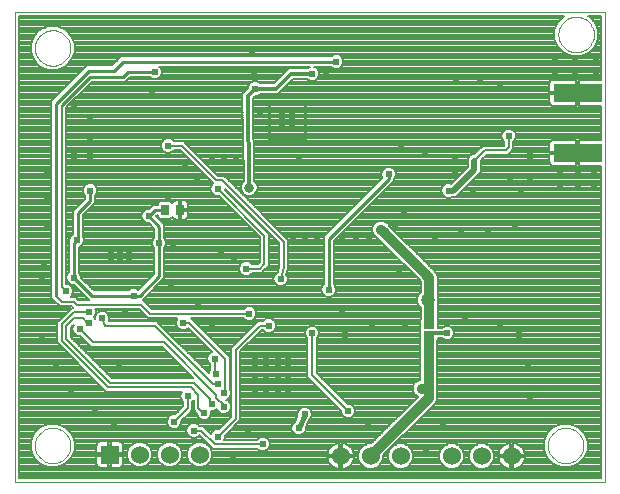
<source format=gbl>
G75*
G70*
%OFA0B0*%
%FSLAX24Y24*%
%IPPOS*%
%LPD*%
%AMOC8*
5,1,8,0,0,1.08239X$1,22.5*
%
%ADD10C,0.0000*%
%ADD11R,0.0240X0.0240*%
%ADD12R,0.1600X0.0600*%
%ADD13R,0.0250X0.0370*%
%ADD14C,0.0600*%
%ADD15R,0.0600X0.0600*%
%ADD16R,0.0370X0.0250*%
%ADD17C,0.0080*%
%ADD18C,0.0240*%
%ADD19C,0.0100*%
%ADD20C,0.0320*%
%ADD21C,0.0356*%
%ADD22C,0.0120*%
%ADD23C,0.0200*%
%ADD24C,0.0060*%
%ADD25C,0.0160*%
%ADD26C,0.0320*%
%ADD27C,0.0472*%
D10*
X000671Y003960D02*
X020356Y003960D01*
X020356Y019645D01*
X000671Y019645D01*
X000671Y003960D01*
X001343Y005184D02*
X001345Y005232D01*
X001351Y005280D01*
X001361Y005327D01*
X001374Y005373D01*
X001392Y005418D01*
X001412Y005462D01*
X001437Y005504D01*
X001465Y005543D01*
X001495Y005580D01*
X001529Y005614D01*
X001566Y005646D01*
X001604Y005675D01*
X001645Y005700D01*
X001688Y005722D01*
X001733Y005740D01*
X001779Y005754D01*
X001826Y005765D01*
X001874Y005772D01*
X001922Y005775D01*
X001970Y005774D01*
X002018Y005769D01*
X002066Y005760D01*
X002112Y005748D01*
X002157Y005731D01*
X002201Y005711D01*
X002243Y005688D01*
X002283Y005661D01*
X002321Y005631D01*
X002356Y005598D01*
X002388Y005562D01*
X002418Y005524D01*
X002444Y005483D01*
X002466Y005440D01*
X002486Y005396D01*
X002501Y005351D01*
X002513Y005304D01*
X002521Y005256D01*
X002525Y005208D01*
X002525Y005160D01*
X002521Y005112D01*
X002513Y005064D01*
X002501Y005017D01*
X002486Y004972D01*
X002466Y004928D01*
X002444Y004885D01*
X002418Y004844D01*
X002388Y004806D01*
X002356Y004770D01*
X002321Y004737D01*
X002283Y004707D01*
X002243Y004680D01*
X002201Y004657D01*
X002157Y004637D01*
X002112Y004620D01*
X002066Y004608D01*
X002018Y004599D01*
X001970Y004594D01*
X001922Y004593D01*
X001874Y004596D01*
X001826Y004603D01*
X001779Y004614D01*
X001733Y004628D01*
X001688Y004646D01*
X001645Y004668D01*
X001604Y004693D01*
X001566Y004722D01*
X001529Y004754D01*
X001495Y004788D01*
X001465Y004825D01*
X001437Y004864D01*
X001412Y004906D01*
X001392Y004950D01*
X001374Y004995D01*
X001361Y005041D01*
X001351Y005088D01*
X001345Y005136D01*
X001343Y005184D01*
X001343Y018434D02*
X001345Y018482D01*
X001351Y018530D01*
X001361Y018577D01*
X001374Y018623D01*
X001392Y018668D01*
X001412Y018712D01*
X001437Y018754D01*
X001465Y018793D01*
X001495Y018830D01*
X001529Y018864D01*
X001566Y018896D01*
X001604Y018925D01*
X001645Y018950D01*
X001688Y018972D01*
X001733Y018990D01*
X001779Y019004D01*
X001826Y019015D01*
X001874Y019022D01*
X001922Y019025D01*
X001970Y019024D01*
X002018Y019019D01*
X002066Y019010D01*
X002112Y018998D01*
X002157Y018981D01*
X002201Y018961D01*
X002243Y018938D01*
X002283Y018911D01*
X002321Y018881D01*
X002356Y018848D01*
X002388Y018812D01*
X002418Y018774D01*
X002444Y018733D01*
X002466Y018690D01*
X002486Y018646D01*
X002501Y018601D01*
X002513Y018554D01*
X002521Y018506D01*
X002525Y018458D01*
X002525Y018410D01*
X002521Y018362D01*
X002513Y018314D01*
X002501Y018267D01*
X002486Y018222D01*
X002466Y018178D01*
X002444Y018135D01*
X002418Y018094D01*
X002388Y018056D01*
X002356Y018020D01*
X002321Y017987D01*
X002283Y017957D01*
X002243Y017930D01*
X002201Y017907D01*
X002157Y017887D01*
X002112Y017870D01*
X002066Y017858D01*
X002018Y017849D01*
X001970Y017844D01*
X001922Y017843D01*
X001874Y017846D01*
X001826Y017853D01*
X001779Y017864D01*
X001733Y017878D01*
X001688Y017896D01*
X001645Y017918D01*
X001604Y017943D01*
X001566Y017972D01*
X001529Y018004D01*
X001495Y018038D01*
X001465Y018075D01*
X001437Y018114D01*
X001412Y018156D01*
X001392Y018200D01*
X001374Y018245D01*
X001361Y018291D01*
X001351Y018338D01*
X001345Y018386D01*
X001343Y018434D01*
X018443Y005184D02*
X018445Y005232D01*
X018451Y005280D01*
X018461Y005327D01*
X018474Y005373D01*
X018492Y005418D01*
X018512Y005462D01*
X018537Y005504D01*
X018565Y005543D01*
X018595Y005580D01*
X018629Y005614D01*
X018666Y005646D01*
X018704Y005675D01*
X018745Y005700D01*
X018788Y005722D01*
X018833Y005740D01*
X018879Y005754D01*
X018926Y005765D01*
X018974Y005772D01*
X019022Y005775D01*
X019070Y005774D01*
X019118Y005769D01*
X019166Y005760D01*
X019212Y005748D01*
X019257Y005731D01*
X019301Y005711D01*
X019343Y005688D01*
X019383Y005661D01*
X019421Y005631D01*
X019456Y005598D01*
X019488Y005562D01*
X019518Y005524D01*
X019544Y005483D01*
X019566Y005440D01*
X019586Y005396D01*
X019601Y005351D01*
X019613Y005304D01*
X019621Y005256D01*
X019625Y005208D01*
X019625Y005160D01*
X019621Y005112D01*
X019613Y005064D01*
X019601Y005017D01*
X019586Y004972D01*
X019566Y004928D01*
X019544Y004885D01*
X019518Y004844D01*
X019488Y004806D01*
X019456Y004770D01*
X019421Y004737D01*
X019383Y004707D01*
X019343Y004680D01*
X019301Y004657D01*
X019257Y004637D01*
X019212Y004620D01*
X019166Y004608D01*
X019118Y004599D01*
X019070Y004594D01*
X019022Y004593D01*
X018974Y004596D01*
X018926Y004603D01*
X018879Y004614D01*
X018833Y004628D01*
X018788Y004646D01*
X018745Y004668D01*
X018704Y004693D01*
X018666Y004722D01*
X018629Y004754D01*
X018595Y004788D01*
X018565Y004825D01*
X018537Y004864D01*
X018512Y004906D01*
X018492Y004950D01*
X018474Y004995D01*
X018461Y005041D01*
X018451Y005088D01*
X018445Y005136D01*
X018443Y005184D01*
X018793Y018884D02*
X018795Y018932D01*
X018801Y018980D01*
X018811Y019027D01*
X018824Y019073D01*
X018842Y019118D01*
X018862Y019162D01*
X018887Y019204D01*
X018915Y019243D01*
X018945Y019280D01*
X018979Y019314D01*
X019016Y019346D01*
X019054Y019375D01*
X019095Y019400D01*
X019138Y019422D01*
X019183Y019440D01*
X019229Y019454D01*
X019276Y019465D01*
X019324Y019472D01*
X019372Y019475D01*
X019420Y019474D01*
X019468Y019469D01*
X019516Y019460D01*
X019562Y019448D01*
X019607Y019431D01*
X019651Y019411D01*
X019693Y019388D01*
X019733Y019361D01*
X019771Y019331D01*
X019806Y019298D01*
X019838Y019262D01*
X019868Y019224D01*
X019894Y019183D01*
X019916Y019140D01*
X019936Y019096D01*
X019951Y019051D01*
X019963Y019004D01*
X019971Y018956D01*
X019975Y018908D01*
X019975Y018860D01*
X019971Y018812D01*
X019963Y018764D01*
X019951Y018717D01*
X019936Y018672D01*
X019916Y018628D01*
X019894Y018585D01*
X019868Y018544D01*
X019838Y018506D01*
X019806Y018470D01*
X019771Y018437D01*
X019733Y018407D01*
X019693Y018380D01*
X019651Y018357D01*
X019607Y018337D01*
X019562Y018320D01*
X019516Y018308D01*
X019468Y018299D01*
X019420Y018294D01*
X019372Y018293D01*
X019324Y018296D01*
X019276Y018303D01*
X019229Y018314D01*
X019183Y018328D01*
X019138Y018346D01*
X019095Y018368D01*
X019054Y018393D01*
X019016Y018422D01*
X018979Y018454D01*
X018945Y018488D01*
X018915Y018525D01*
X018887Y018564D01*
X018862Y018606D01*
X018842Y018650D01*
X018824Y018695D01*
X018811Y018741D01*
X018801Y018788D01*
X018795Y018836D01*
X018793Y018884D01*
D11*
X009907Y016156D03*
X009907Y015836D03*
X009587Y015836D03*
X009587Y016156D03*
D12*
X019434Y016944D03*
X019434Y014944D03*
D13*
X006184Y013034D03*
X005684Y013034D03*
D14*
X005834Y004884D03*
X004834Y004884D03*
X006834Y004884D03*
X011534Y004834D03*
X012534Y004834D03*
X013534Y004834D03*
X015234Y004834D03*
X016234Y004834D03*
X017234Y004834D03*
D15*
X003834Y004884D03*
D16*
X014484Y008873D03*
X014484Y009204D03*
D17*
X014789Y009221D02*
X020216Y009221D01*
X020216Y009299D02*
X014789Y009299D01*
X014789Y009378D02*
X020216Y009378D01*
X020216Y009456D02*
X014764Y009456D01*
X014764Y009404D02*
X014764Y009900D01*
X014790Y009963D01*
X014790Y010105D01*
X014764Y010168D01*
X014764Y010839D01*
X014721Y010942D01*
X014642Y011021D01*
X013155Y012509D01*
X013136Y012553D01*
X013053Y012636D01*
X012943Y012682D01*
X012824Y012682D01*
X012715Y012636D01*
X012631Y012553D01*
X012586Y012443D01*
X012586Y012324D01*
X012631Y012215D01*
X012715Y012131D01*
X012759Y012113D01*
X014204Y010668D01*
X014204Y010307D01*
X014132Y010235D01*
X014077Y010105D01*
X014077Y009963D01*
X014132Y009832D01*
X014204Y009760D01*
X014204Y009404D01*
X014179Y009379D01*
X014179Y008698D01*
X014194Y008683D01*
X014194Y007382D01*
X014174Y007382D01*
X014065Y007336D01*
X013981Y007253D01*
X013936Y007143D01*
X013936Y007024D01*
X013981Y006915D01*
X014065Y006831D01*
X014114Y006810D01*
X012558Y005254D01*
X012450Y005254D01*
X012296Y005190D01*
X012178Y005072D01*
X012114Y004917D01*
X012114Y004750D01*
X012178Y004596D01*
X012296Y004478D01*
X012450Y004414D01*
X012617Y004414D01*
X012772Y004478D01*
X012890Y004596D01*
X012954Y004750D01*
X012954Y004858D01*
X014632Y006536D01*
X014711Y006615D01*
X014754Y006718D01*
X014754Y008663D01*
X014789Y008698D01*
X014789Y008754D01*
X014924Y008754D01*
X014948Y008730D01*
X015036Y008694D01*
X015131Y008694D01*
X015220Y008730D01*
X015287Y008798D01*
X015324Y008886D01*
X015324Y008981D01*
X015287Y009070D01*
X015220Y009137D01*
X015131Y009174D01*
X015036Y009174D01*
X014948Y009137D01*
X014924Y009114D01*
X014789Y009114D01*
X014789Y009379D01*
X014764Y009404D01*
X014764Y009535D02*
X020216Y009535D01*
X020216Y009613D02*
X014764Y009613D01*
X014764Y009692D02*
X020216Y009692D01*
X020216Y009770D02*
X014764Y009770D01*
X014764Y009849D02*
X020216Y009849D01*
X020216Y009927D02*
X014775Y009927D01*
X014790Y010006D02*
X020216Y010006D01*
X020216Y010084D02*
X014790Y010084D01*
X014766Y010163D02*
X020216Y010163D01*
X020216Y010241D02*
X014764Y010241D01*
X014764Y010320D02*
X020216Y010320D01*
X020216Y010398D02*
X014764Y010398D01*
X014764Y010477D02*
X020216Y010477D01*
X020216Y010555D02*
X014764Y010555D01*
X014764Y010634D02*
X020216Y010634D01*
X020216Y010712D02*
X014764Y010712D01*
X014764Y010791D02*
X020216Y010791D01*
X020216Y010869D02*
X014751Y010869D01*
X014716Y010948D02*
X020216Y010948D01*
X020216Y011026D02*
X014637Y011026D01*
X014559Y011105D02*
X020216Y011105D01*
X020216Y011183D02*
X014480Y011183D01*
X014402Y011262D02*
X020216Y011262D01*
X020216Y011340D02*
X014323Y011340D01*
X014245Y011419D02*
X020216Y011419D01*
X020216Y011497D02*
X014166Y011497D01*
X014088Y011576D02*
X020216Y011576D01*
X020216Y011654D02*
X014009Y011654D01*
X013931Y011733D02*
X020216Y011733D01*
X020216Y011811D02*
X013852Y011811D01*
X013774Y011890D02*
X020216Y011890D01*
X020216Y011968D02*
X013695Y011968D01*
X013617Y012047D02*
X020216Y012047D01*
X020216Y012125D02*
X013538Y012125D01*
X013460Y012204D02*
X020216Y012204D01*
X020216Y012282D02*
X013381Y012282D01*
X013303Y012361D02*
X020216Y012361D01*
X020216Y012439D02*
X013224Y012439D01*
X013151Y012518D02*
X020216Y012518D01*
X020216Y012596D02*
X013093Y012596D01*
X012960Y012675D02*
X020216Y012675D01*
X020216Y012753D02*
X012044Y012753D01*
X012122Y012832D02*
X020216Y012832D01*
X020216Y012910D02*
X012201Y012910D01*
X012279Y012989D02*
X020216Y012989D01*
X020216Y013067D02*
X012358Y013067D01*
X012436Y013146D02*
X020216Y013146D01*
X020216Y013224D02*
X012515Y013224D01*
X012593Y013303D02*
X020216Y013303D01*
X020216Y013381D02*
X012672Y013381D01*
X012750Y013460D02*
X015047Y013460D01*
X015086Y013444D02*
X015181Y013444D01*
X015230Y013464D01*
X015375Y013464D01*
X016075Y014164D01*
X016204Y014293D01*
X016204Y014692D01*
X016396Y014884D01*
X017096Y014884D01*
X017196Y014984D01*
X017284Y015072D01*
X017284Y015314D01*
X017337Y015368D01*
X017374Y015456D01*
X017374Y015551D01*
X017337Y015640D01*
X017270Y015707D01*
X017181Y015744D01*
X017086Y015744D01*
X016998Y015707D01*
X016930Y015640D01*
X016894Y015551D01*
X016894Y015456D01*
X016930Y015368D01*
X016984Y015314D01*
X016984Y015196D01*
X016972Y015184D01*
X016272Y015184D01*
X016184Y015096D01*
X015992Y014904D01*
X015893Y014904D01*
X015764Y014775D01*
X015764Y014475D01*
X015203Y013915D01*
X015181Y013924D01*
X015086Y013924D01*
X014998Y013887D01*
X014930Y013820D01*
X014894Y013731D01*
X014894Y013636D01*
X014930Y013548D01*
X014998Y013480D01*
X015086Y013444D01*
X015220Y013460D02*
X020216Y013460D01*
X020216Y013538D02*
X015449Y013538D01*
X015528Y013617D02*
X020216Y013617D01*
X020216Y013695D02*
X015606Y013695D01*
X015685Y013774D02*
X020216Y013774D01*
X020216Y013852D02*
X015763Y013852D01*
X015842Y013931D02*
X020216Y013931D01*
X020216Y014009D02*
X015920Y014009D01*
X015999Y014088D02*
X020216Y014088D01*
X020216Y014166D02*
X016077Y014166D01*
X016156Y014245D02*
X020216Y014245D01*
X020216Y014323D02*
X016204Y014323D01*
X016204Y014402D02*
X020216Y014402D01*
X020216Y014480D02*
X016204Y014480D01*
X016204Y014559D02*
X018521Y014559D01*
X018522Y014558D02*
X018548Y014532D01*
X018580Y014513D01*
X018615Y014504D01*
X019394Y014504D01*
X019394Y014904D01*
X019474Y014904D01*
X019474Y014504D01*
X020216Y014504D01*
X020216Y004100D01*
X000811Y004100D01*
X000811Y019505D01*
X018974Y019505D01*
X018970Y019503D01*
X018764Y019298D01*
X018653Y019029D01*
X018653Y018738D01*
X018764Y018470D01*
X018970Y018264D01*
X019238Y018153D01*
X019529Y018153D01*
X019798Y018264D01*
X020003Y018470D01*
X020114Y018738D01*
X020114Y019029D01*
X020003Y019298D01*
X019798Y019503D01*
X019793Y019505D01*
X020216Y019505D01*
X020216Y017384D01*
X019474Y017384D01*
X019474Y016984D01*
X019394Y016984D01*
X019394Y017384D01*
X018615Y017384D01*
X018580Y017374D01*
X018548Y017356D01*
X018522Y017330D01*
X018503Y017298D01*
X018494Y017262D01*
X018494Y016984D01*
X019394Y016984D01*
X019394Y016904D01*
X019474Y016904D01*
X019474Y016504D01*
X020216Y016504D01*
X020216Y015384D01*
X019474Y015384D01*
X019474Y014984D01*
X019394Y014984D01*
X019394Y015384D01*
X018615Y015384D01*
X018580Y015374D01*
X018548Y015356D01*
X018522Y015330D01*
X018503Y015298D01*
X018494Y015262D01*
X018494Y014984D01*
X019394Y014984D01*
X019394Y014904D01*
X018494Y014904D01*
X018494Y014625D01*
X018503Y014590D01*
X018522Y014558D01*
X018494Y014637D02*
X016204Y014637D01*
X016228Y014716D02*
X018494Y014716D01*
X018494Y014794D02*
X016306Y014794D01*
X016385Y014873D02*
X018494Y014873D01*
X018494Y015030D02*
X017242Y015030D01*
X017284Y015108D02*
X018494Y015108D01*
X018494Y015187D02*
X017284Y015187D01*
X017284Y015265D02*
X018495Y015265D01*
X018536Y015344D02*
X017313Y015344D01*
X017360Y015422D02*
X020216Y015422D01*
X020216Y015501D02*
X017374Y015501D01*
X017362Y015579D02*
X020216Y015579D01*
X020216Y015658D02*
X017319Y015658D01*
X017200Y015736D02*
X020216Y015736D01*
X020216Y015815D02*
X008630Y015815D01*
X008629Y015893D02*
X020216Y015893D01*
X020216Y015972D02*
X008628Y015972D01*
X008627Y016050D02*
X020216Y016050D01*
X020216Y016129D02*
X008625Y016129D01*
X008624Y016207D02*
X020216Y016207D01*
X020216Y016286D02*
X008623Y016286D01*
X008621Y016364D02*
X020216Y016364D01*
X020216Y016443D02*
X008620Y016443D01*
X008619Y016521D02*
X018566Y016521D01*
X018580Y016513D02*
X018615Y016504D01*
X019394Y016504D01*
X019394Y016904D01*
X018494Y016904D01*
X018494Y016625D01*
X018503Y016590D01*
X018522Y016558D01*
X018548Y016532D01*
X018580Y016513D01*
X018501Y016600D02*
X008618Y016600D01*
X008616Y016678D02*
X018494Y016678D01*
X018494Y016757D02*
X008615Y016757D01*
X008615Y016760D02*
X008698Y016844D01*
X008731Y016844D01*
X008820Y016880D01*
X008843Y016904D01*
X009458Y016904D01*
X009958Y017404D01*
X010424Y017404D01*
X010448Y017380D01*
X010536Y017344D01*
X010631Y017344D01*
X010720Y017380D01*
X010787Y017448D01*
X010824Y017536D01*
X010824Y017631D01*
X010787Y017720D01*
X010720Y017787D01*
X010656Y017814D01*
X011214Y017814D01*
X011248Y017780D01*
X011336Y017744D01*
X011431Y017744D01*
X011520Y017780D01*
X011587Y017848D01*
X011624Y017936D01*
X011624Y018031D01*
X011587Y018120D01*
X011520Y018187D01*
X011431Y018224D01*
X011336Y018224D01*
X011248Y018187D01*
X011214Y018154D01*
X004213Y018154D01*
X003913Y017854D01*
X003063Y017854D01*
X001963Y016754D01*
X001864Y016654D01*
X001864Y010113D01*
X001963Y010014D01*
X001977Y010014D01*
X002167Y009824D01*
X002567Y009824D01*
X002607Y009784D01*
X002572Y009784D01*
X002172Y009384D01*
X002084Y009296D01*
X002084Y008622D01*
X002172Y008534D01*
X003722Y006984D01*
X006244Y006984D01*
X006230Y006970D01*
X006194Y006881D01*
X006194Y006786D01*
X006230Y006698D01*
X006284Y006644D01*
X006284Y006496D01*
X006012Y006224D01*
X005936Y006224D01*
X005848Y006187D01*
X005780Y006120D01*
X005744Y006031D01*
X005744Y005936D01*
X005780Y005848D01*
X005848Y005780D01*
X005936Y005744D01*
X006031Y005744D01*
X006120Y005780D01*
X006187Y005848D01*
X006224Y005936D01*
X006224Y006012D01*
X006496Y006284D01*
X006584Y006372D01*
X006584Y006644D01*
X006634Y006694D01*
X006634Y006372D01*
X006722Y006284D01*
X006744Y006262D01*
X006744Y006236D01*
X006780Y006148D01*
X006848Y006080D01*
X006936Y006044D01*
X007031Y006044D01*
X007120Y006080D01*
X007187Y006148D01*
X007224Y006236D01*
X007224Y006331D01*
X007219Y006344D01*
X007281Y006344D01*
X007370Y006380D01*
X007403Y006414D01*
X007430Y006348D01*
X007498Y006280D01*
X007586Y006244D01*
X007681Y006244D01*
X007770Y006280D01*
X007837Y006348D01*
X007874Y006436D01*
X007874Y006531D01*
X007837Y006620D01*
X007770Y006687D01*
X007718Y006709D01*
X007884Y006709D01*
X007884Y006787D02*
X007827Y006787D01*
X007837Y006798D02*
X007874Y006886D01*
X007874Y006981D01*
X007837Y007070D01*
X007834Y007073D01*
X007834Y008146D01*
X007746Y008234D01*
X006556Y009424D01*
X008304Y009424D01*
X008348Y009380D01*
X008436Y009344D01*
X008531Y009344D01*
X008620Y009380D01*
X008687Y009448D01*
X008724Y009536D01*
X008724Y009631D01*
X008687Y009720D01*
X008620Y009787D01*
X008531Y009824D01*
X008436Y009824D01*
X008348Y009787D01*
X008304Y009744D01*
X005250Y009744D01*
X005044Y009950D01*
X004950Y010044D01*
X004934Y010044D01*
X005554Y010664D01*
X005654Y010763D01*
X005654Y011764D01*
X005687Y011798D01*
X005724Y011886D01*
X005724Y011981D01*
X005687Y012070D01*
X005654Y012103D01*
X005654Y012554D01*
X005374Y012834D01*
X005404Y012864D01*
X005439Y012864D01*
X005439Y012799D01*
X005509Y012729D01*
X005858Y012729D01*
X005927Y012798D01*
X005928Y012795D01*
X005947Y012763D01*
X005973Y012737D01*
X006005Y012718D01*
X006040Y012709D01*
X006161Y012709D01*
X006161Y013011D01*
X006206Y013011D01*
X006206Y012709D01*
X006327Y012709D01*
X006363Y012718D01*
X006395Y012737D01*
X006421Y012763D01*
X006439Y012795D01*
X006449Y012830D01*
X006449Y013011D01*
X006206Y013011D01*
X006206Y013056D01*
X006161Y013056D01*
X006161Y013359D01*
X006040Y013359D01*
X006005Y013349D01*
X005973Y013331D01*
X005947Y013305D01*
X005928Y013273D01*
X005927Y013270D01*
X005858Y013339D01*
X005509Y013339D01*
X005439Y013268D01*
X005439Y013204D01*
X005263Y013204D01*
X005133Y013074D01*
X005086Y013074D01*
X004998Y013037D01*
X004930Y012970D01*
X004894Y012881D01*
X004894Y012786D01*
X004930Y012698D01*
X004998Y012630D01*
X005086Y012594D01*
X005133Y012594D01*
X005314Y012413D01*
X005314Y012103D01*
X005280Y012070D01*
X005244Y011981D01*
X005244Y011886D01*
X005280Y011798D01*
X005314Y011764D01*
X005314Y010904D01*
X004783Y010374D01*
X004770Y010387D01*
X004681Y010424D01*
X004586Y010424D01*
X004498Y010387D01*
X004464Y010354D01*
X003304Y010354D01*
X002874Y010784D01*
X002874Y010831D01*
X002837Y010920D01*
X002804Y010953D01*
X002804Y011803D01*
X002870Y011830D01*
X002937Y011898D01*
X002974Y011986D01*
X002974Y012081D01*
X002954Y012130D01*
X002954Y012863D01*
X003354Y013263D01*
X003354Y013514D01*
X003387Y013548D01*
X003424Y013636D01*
X003424Y013731D01*
X003387Y013820D01*
X003320Y013887D01*
X003231Y013924D01*
X003136Y013924D01*
X003048Y013887D01*
X002980Y013820D01*
X002944Y013731D01*
X002944Y013636D01*
X002980Y013548D01*
X003014Y013514D01*
X003014Y013404D01*
X002713Y013104D01*
X002614Y013004D01*
X002614Y012244D01*
X002598Y012237D01*
X002530Y012170D01*
X002494Y012081D01*
X002494Y012034D01*
X002464Y012004D01*
X002464Y010953D01*
X002430Y010920D01*
X002394Y010831D01*
X002394Y010736D01*
X002430Y010648D01*
X002498Y010580D01*
X002586Y010544D01*
X002633Y010544D01*
X003133Y010044D01*
X002800Y010044D01*
X002794Y010050D01*
X002700Y010144D01*
X002533Y010144D01*
X002587Y010198D01*
X002624Y010286D01*
X002624Y010381D01*
X002587Y010470D01*
X002520Y010537D01*
X002431Y010574D01*
X002394Y010574D01*
X002394Y016453D01*
X003254Y017314D01*
X004354Y017314D01*
X004454Y017413D01*
X004504Y017464D01*
X005164Y017464D01*
X005198Y017430D01*
X005286Y017394D01*
X005381Y017394D01*
X005470Y017430D01*
X005537Y017498D01*
X005574Y017586D01*
X005574Y017681D01*
X005537Y017770D01*
X005493Y017814D01*
X010512Y017814D01*
X010448Y017787D01*
X010424Y017764D01*
X009809Y017764D01*
X009704Y017658D01*
X009309Y017264D01*
X008843Y017264D01*
X008820Y017287D01*
X008731Y017324D01*
X008636Y017324D01*
X008548Y017287D01*
X008480Y017220D01*
X008444Y017131D01*
X008444Y017098D01*
X008358Y017012D01*
X008356Y017012D01*
X008305Y016960D01*
X008254Y016908D01*
X008254Y016907D01*
X008253Y016905D01*
X008254Y016832D01*
X008254Y016759D01*
X008255Y016758D01*
X008300Y013996D01*
X008246Y013942D01*
X008204Y013839D01*
X008204Y013728D01*
X008246Y013625D01*
X008325Y013546D01*
X008428Y013504D01*
X008539Y013504D01*
X008642Y013546D01*
X008721Y013625D01*
X008764Y013728D01*
X008764Y013839D01*
X008721Y013942D01*
X008660Y014003D01*
X008615Y016760D01*
X008690Y016835D02*
X018494Y016835D01*
X018494Y016992D02*
X009547Y016992D01*
X009625Y017071D02*
X018494Y017071D01*
X018494Y017149D02*
X009704Y017149D01*
X009782Y017228D02*
X018494Y017228D01*
X018508Y017306D02*
X009861Y017306D01*
X009939Y017385D02*
X010443Y017385D01*
X010724Y017385D02*
X020216Y017385D01*
X020216Y017463D02*
X010794Y017463D01*
X010824Y017542D02*
X020216Y017542D01*
X020216Y017620D02*
X010824Y017620D01*
X010796Y017699D02*
X020216Y017699D01*
X020216Y017777D02*
X011512Y017777D01*
X011590Y017856D02*
X020216Y017856D01*
X020216Y017934D02*
X011623Y017934D01*
X011624Y018013D02*
X020216Y018013D01*
X020216Y018091D02*
X011599Y018091D01*
X011537Y018170D02*
X019198Y018170D01*
X019009Y018248D02*
X002648Y018248D01*
X002664Y018288D02*
X002553Y018020D01*
X002348Y017814D01*
X002079Y017703D01*
X001788Y017703D01*
X001520Y017814D01*
X001314Y018020D01*
X001203Y018288D01*
X001203Y018579D01*
X001314Y018848D01*
X001520Y019053D01*
X001788Y019164D01*
X002079Y019164D01*
X002348Y019053D01*
X002553Y018848D01*
X002664Y018579D01*
X002664Y018288D01*
X002664Y018327D02*
X018908Y018327D01*
X018829Y018405D02*
X002664Y018405D01*
X002664Y018484D02*
X018759Y018484D01*
X018726Y018562D02*
X002664Y018562D01*
X002639Y018641D02*
X018694Y018641D01*
X018661Y018719D02*
X002606Y018719D01*
X002574Y018798D02*
X018653Y018798D01*
X018653Y018876D02*
X002524Y018876D01*
X002446Y018955D02*
X018653Y018955D01*
X018655Y019033D02*
X002367Y019033D01*
X002206Y019112D02*
X018687Y019112D01*
X018720Y019190D02*
X000811Y019190D01*
X000811Y019112D02*
X001662Y019112D01*
X001500Y019033D02*
X000811Y019033D01*
X000811Y018955D02*
X001422Y018955D01*
X001343Y018876D02*
X000811Y018876D01*
X000811Y018798D02*
X001294Y018798D01*
X001261Y018719D02*
X000811Y018719D01*
X000811Y018641D02*
X001229Y018641D01*
X001203Y018562D02*
X000811Y018562D01*
X000811Y018484D02*
X001203Y018484D01*
X001203Y018405D02*
X000811Y018405D01*
X000811Y018327D02*
X001203Y018327D01*
X001220Y018248D02*
X000811Y018248D01*
X000811Y018170D02*
X001252Y018170D01*
X001285Y018091D02*
X000811Y018091D01*
X000811Y018013D02*
X001322Y018013D01*
X001400Y017934D02*
X000811Y017934D01*
X000811Y017856D02*
X001479Y017856D01*
X001610Y017777D02*
X000811Y017777D01*
X000811Y017699D02*
X002908Y017699D01*
X002830Y017620D02*
X000811Y017620D01*
X000811Y017542D02*
X002751Y017542D01*
X002673Y017463D02*
X000811Y017463D01*
X000811Y017385D02*
X002594Y017385D01*
X002516Y017306D02*
X000811Y017306D01*
X000811Y017228D02*
X002437Y017228D01*
X002359Y017149D02*
X000811Y017149D01*
X000811Y017071D02*
X002280Y017071D01*
X002202Y016992D02*
X000811Y016992D01*
X000811Y016914D02*
X002123Y016914D01*
X002045Y016835D02*
X000811Y016835D01*
X000811Y016757D02*
X001966Y016757D01*
X001888Y016678D02*
X000811Y016678D01*
X000811Y016600D02*
X001864Y016600D01*
X001864Y016521D02*
X000811Y016521D01*
X000811Y016443D02*
X001864Y016443D01*
X001864Y016364D02*
X000811Y016364D01*
X000811Y016286D02*
X001864Y016286D01*
X001864Y016207D02*
X000811Y016207D01*
X000811Y016129D02*
X001864Y016129D01*
X001864Y016050D02*
X000811Y016050D01*
X000811Y015972D02*
X001864Y015972D01*
X001864Y015893D02*
X000811Y015893D01*
X000811Y015815D02*
X001864Y015815D01*
X001864Y015736D02*
X000811Y015736D01*
X000811Y015658D02*
X001864Y015658D01*
X001864Y015579D02*
X000811Y015579D01*
X000811Y015501D02*
X001864Y015501D01*
X001864Y015422D02*
X000811Y015422D01*
X000811Y015344D02*
X001864Y015344D01*
X001864Y015265D02*
X000811Y015265D01*
X000811Y015187D02*
X001864Y015187D01*
X001864Y015108D02*
X000811Y015108D01*
X000811Y015030D02*
X001864Y015030D01*
X001864Y014951D02*
X000811Y014951D01*
X000811Y014873D02*
X001864Y014873D01*
X001864Y014794D02*
X000811Y014794D01*
X000811Y014716D02*
X001864Y014716D01*
X001864Y014637D02*
X000811Y014637D01*
X000811Y014559D02*
X001864Y014559D01*
X001864Y014480D02*
X000811Y014480D01*
X000811Y014402D02*
X001864Y014402D01*
X001864Y014323D02*
X000811Y014323D01*
X000811Y014245D02*
X001864Y014245D01*
X001864Y014166D02*
X000811Y014166D01*
X000811Y014088D02*
X001864Y014088D01*
X001864Y014009D02*
X000811Y014009D01*
X000811Y013931D02*
X001864Y013931D01*
X001864Y013852D02*
X000811Y013852D01*
X000811Y013774D02*
X001864Y013774D01*
X001864Y013695D02*
X000811Y013695D01*
X000811Y013617D02*
X001864Y013617D01*
X001864Y013538D02*
X000811Y013538D01*
X000811Y013460D02*
X001864Y013460D01*
X001864Y013381D02*
X000811Y013381D01*
X000811Y013303D02*
X001864Y013303D01*
X001864Y013224D02*
X000811Y013224D01*
X000811Y013146D02*
X001864Y013146D01*
X001864Y013067D02*
X000811Y013067D01*
X000811Y012989D02*
X001864Y012989D01*
X001864Y012910D02*
X000811Y012910D01*
X000811Y012832D02*
X001864Y012832D01*
X001864Y012753D02*
X000811Y012753D01*
X000811Y012675D02*
X001864Y012675D01*
X001864Y012596D02*
X000811Y012596D01*
X000811Y012518D02*
X001864Y012518D01*
X001864Y012439D02*
X000811Y012439D01*
X000811Y012361D02*
X001864Y012361D01*
X001864Y012282D02*
X000811Y012282D01*
X000811Y012204D02*
X001864Y012204D01*
X001864Y012125D02*
X000811Y012125D01*
X000811Y012047D02*
X001864Y012047D01*
X001864Y011968D02*
X000811Y011968D01*
X000811Y011890D02*
X001864Y011890D01*
X001864Y011811D02*
X000811Y011811D01*
X000811Y011733D02*
X001864Y011733D01*
X001864Y011654D02*
X000811Y011654D01*
X000811Y011576D02*
X001864Y011576D01*
X001864Y011497D02*
X000811Y011497D01*
X000811Y011419D02*
X001864Y011419D01*
X001864Y011340D02*
X000811Y011340D01*
X000811Y011262D02*
X001864Y011262D01*
X001864Y011183D02*
X000811Y011183D01*
X000811Y011105D02*
X001864Y011105D01*
X001864Y011026D02*
X000811Y011026D01*
X000811Y010948D02*
X001864Y010948D01*
X001864Y010869D02*
X000811Y010869D01*
X000811Y010791D02*
X001864Y010791D01*
X001864Y010712D02*
X000811Y010712D01*
X000811Y010634D02*
X001864Y010634D01*
X001864Y010555D02*
X000811Y010555D01*
X000811Y010477D02*
X001864Y010477D01*
X001864Y010398D02*
X000811Y010398D01*
X000811Y010320D02*
X001864Y010320D01*
X001864Y010241D02*
X000811Y010241D01*
X000811Y010163D02*
X001864Y010163D01*
X001893Y010084D02*
X000811Y010084D01*
X000811Y010006D02*
X001985Y010006D01*
X002064Y009927D02*
X000811Y009927D01*
X000811Y009849D02*
X002142Y009849D01*
X002234Y009984D02*
X002034Y010184D01*
X002234Y009984D02*
X002634Y009984D01*
X002734Y009884D01*
X004884Y009884D01*
X005184Y009584D01*
X008484Y009584D01*
X008699Y009692D02*
X014204Y009692D01*
X014204Y009613D02*
X008724Y009613D01*
X008723Y009535D02*
X014204Y009535D01*
X014204Y009456D02*
X008691Y009456D01*
X008614Y009378D02*
X008988Y009378D01*
X008998Y009387D02*
X008944Y009334D01*
X008772Y009334D01*
X007972Y008534D01*
X007884Y008446D01*
X007884Y006146D01*
X007462Y005724D01*
X007386Y005724D01*
X007298Y005687D01*
X007230Y005620D01*
X007210Y005570D01*
X006946Y005834D01*
X006823Y005834D01*
X006770Y005887D01*
X006681Y005924D01*
X006586Y005924D01*
X006498Y005887D01*
X006430Y005820D01*
X006394Y005731D01*
X006394Y005636D01*
X006430Y005548D01*
X006498Y005480D01*
X006586Y005444D01*
X006681Y005444D01*
X006770Y005480D01*
X006822Y005533D01*
X007184Y005172D01*
X007272Y005084D01*
X008744Y005084D01*
X008798Y005030D01*
X008886Y004994D01*
X008981Y004994D01*
X009070Y005030D01*
X009137Y005098D01*
X009174Y005186D01*
X009174Y005281D01*
X009137Y005370D01*
X009070Y005437D01*
X008981Y005474D01*
X008886Y005474D01*
X008798Y005437D01*
X008744Y005384D01*
X007652Y005384D01*
X007674Y005436D01*
X007674Y005512D01*
X008184Y006022D01*
X008184Y008322D01*
X008896Y009034D01*
X008944Y009034D01*
X008998Y008980D01*
X009086Y008944D01*
X009181Y008944D01*
X009270Y008980D01*
X009337Y009048D01*
X009374Y009136D01*
X009374Y009231D01*
X009337Y009320D01*
X009270Y009387D01*
X009181Y009424D01*
X009086Y009424D01*
X008998Y009387D01*
X008737Y009299D02*
X006680Y009299D01*
X006602Y009378D02*
X008354Y009378D01*
X008580Y009142D02*
X006837Y009142D01*
X006759Y009221D02*
X008659Y009221D01*
X008502Y009064D02*
X006916Y009064D01*
X006994Y008985D02*
X008423Y008985D01*
X008345Y008907D02*
X007073Y008907D01*
X007151Y008828D02*
X008266Y008828D01*
X008188Y008750D02*
X007230Y008750D01*
X007308Y008671D02*
X008109Y008671D01*
X008031Y008593D02*
X007387Y008593D01*
X007465Y008514D02*
X007952Y008514D01*
X007884Y008436D02*
X007544Y008436D01*
X007622Y008357D02*
X007884Y008357D01*
X007884Y008279D02*
X007701Y008279D01*
X007779Y008200D02*
X007884Y008200D01*
X007884Y008122D02*
X007834Y008122D01*
X007834Y008043D02*
X007884Y008043D01*
X007884Y007965D02*
X007834Y007965D01*
X007834Y007886D02*
X007884Y007886D01*
X007884Y007808D02*
X007834Y007808D01*
X007834Y007729D02*
X007884Y007729D01*
X007884Y007651D02*
X007834Y007651D01*
X007834Y007572D02*
X007884Y007572D01*
X007884Y007494D02*
X007834Y007494D01*
X007834Y007415D02*
X007884Y007415D01*
X007884Y007337D02*
X007834Y007337D01*
X007834Y007258D02*
X007884Y007258D01*
X007884Y007180D02*
X007834Y007180D01*
X007834Y007101D02*
X007884Y007101D01*
X007884Y007023D02*
X007857Y007023D01*
X007874Y006944D02*
X007884Y006944D01*
X007884Y006866D02*
X007865Y006866D01*
X007837Y006798D02*
X007770Y006730D01*
X007718Y006709D01*
X007827Y006630D02*
X007884Y006630D01*
X007884Y006552D02*
X007865Y006552D01*
X007874Y006473D02*
X007884Y006473D01*
X007884Y006395D02*
X007857Y006395D01*
X007884Y006316D02*
X007806Y006316D01*
X007884Y006238D02*
X007224Y006238D01*
X007224Y006316D02*
X007462Y006316D01*
X007411Y006395D02*
X007384Y006395D01*
X007634Y006484D02*
X007634Y006534D01*
X007384Y006784D01*
X007384Y006884D01*
X005634Y008634D01*
X003284Y008634D01*
X002834Y009084D01*
X002615Y008985D02*
X002534Y008985D01*
X002534Y008907D02*
X002671Y008907D01*
X002698Y008880D02*
X002786Y008844D01*
X002847Y008844D01*
X003124Y008567D01*
X003217Y008474D01*
X005567Y008474D01*
X006607Y007434D01*
X003896Y007434D01*
X002534Y008796D01*
X002534Y009122D01*
X002629Y009217D01*
X002594Y009131D01*
X002594Y009036D01*
X002630Y008948D01*
X002698Y008880D01*
X002534Y008828D02*
X002863Y008828D01*
X002941Y008750D02*
X002580Y008750D01*
X002658Y008671D02*
X003020Y008671D01*
X003098Y008593D02*
X002737Y008593D01*
X002815Y008514D02*
X003177Y008514D01*
X002972Y008357D02*
X005684Y008357D01*
X005762Y008279D02*
X003051Y008279D01*
X003129Y008200D02*
X005841Y008200D01*
X005919Y008122D02*
X003208Y008122D01*
X003286Y008043D02*
X005998Y008043D01*
X006076Y007965D02*
X003365Y007965D01*
X003443Y007886D02*
X006155Y007886D01*
X006233Y007808D02*
X003522Y007808D01*
X003600Y007729D02*
X006312Y007729D01*
X006390Y007651D02*
X003679Y007651D01*
X003757Y007572D02*
X006469Y007572D01*
X006547Y007494D02*
X003836Y007494D01*
X003526Y007180D02*
X000811Y007180D01*
X000811Y007258D02*
X003447Y007258D01*
X003369Y007337D02*
X000811Y007337D01*
X000811Y007415D02*
X003290Y007415D01*
X003212Y007494D02*
X000811Y007494D01*
X000811Y007572D02*
X003133Y007572D01*
X003055Y007651D02*
X000811Y007651D01*
X000811Y007729D02*
X002976Y007729D01*
X002898Y007808D02*
X000811Y007808D01*
X000811Y007886D02*
X002819Y007886D01*
X002741Y007965D02*
X000811Y007965D01*
X000811Y008043D02*
X002662Y008043D01*
X002584Y008122D02*
X000811Y008122D01*
X000811Y008200D02*
X002505Y008200D01*
X002427Y008279D02*
X000811Y008279D01*
X000811Y008357D02*
X002348Y008357D01*
X002270Y008436D02*
X000811Y008436D01*
X000811Y008514D02*
X002191Y008514D01*
X002172Y008534D02*
X002172Y008534D01*
X002113Y008593D02*
X000811Y008593D01*
X000811Y008671D02*
X002084Y008671D01*
X002084Y008750D02*
X000811Y008750D01*
X000811Y008828D02*
X002084Y008828D01*
X002084Y008907D02*
X000811Y008907D01*
X000811Y008985D02*
X002084Y008985D01*
X002084Y009064D02*
X000811Y009064D01*
X000811Y009142D02*
X002084Y009142D01*
X002084Y009221D02*
X000811Y009221D01*
X000811Y009299D02*
X002087Y009299D01*
X002166Y009378D02*
X000811Y009378D01*
X000811Y009456D02*
X002244Y009456D01*
X002323Y009535D02*
X000811Y009535D01*
X000811Y009613D02*
X002401Y009613D01*
X002480Y009692D02*
X000811Y009692D01*
X000811Y009770D02*
X002558Y009770D01*
X002759Y010084D02*
X003093Y010084D01*
X003014Y010163D02*
X002552Y010163D01*
X002605Y010241D02*
X002936Y010241D01*
X002857Y010320D02*
X002624Y010320D01*
X002617Y010398D02*
X002779Y010398D01*
X002700Y010477D02*
X002580Y010477D01*
X002558Y010555D02*
X002476Y010555D01*
X002444Y010634D02*
X002394Y010634D01*
X002394Y010712D02*
X002404Y010712D01*
X002394Y010791D02*
X002394Y010791D01*
X002394Y010869D02*
X002409Y010869D01*
X002394Y010948D02*
X002458Y010948D01*
X002464Y011026D02*
X002394Y011026D01*
X002394Y011105D02*
X002464Y011105D01*
X002464Y011183D02*
X002394Y011183D01*
X002394Y011262D02*
X002464Y011262D01*
X002464Y011340D02*
X002394Y011340D01*
X002394Y011419D02*
X002464Y011419D01*
X002464Y011497D02*
X002394Y011497D01*
X002394Y011576D02*
X002464Y011576D01*
X002464Y011654D02*
X002394Y011654D01*
X002394Y011733D02*
X002464Y011733D01*
X002464Y011811D02*
X002394Y011811D01*
X002394Y011890D02*
X002464Y011890D01*
X002464Y011968D02*
X002394Y011968D01*
X002394Y012047D02*
X002494Y012047D01*
X002512Y012125D02*
X002394Y012125D01*
X002394Y012204D02*
X002564Y012204D01*
X002614Y012282D02*
X002394Y012282D01*
X002394Y012361D02*
X002614Y012361D01*
X002614Y012439D02*
X002394Y012439D01*
X002394Y012518D02*
X002614Y012518D01*
X002614Y012596D02*
X002394Y012596D01*
X002394Y012675D02*
X002614Y012675D01*
X002614Y012753D02*
X002394Y012753D01*
X002394Y012832D02*
X002614Y012832D01*
X002614Y012910D02*
X002394Y012910D01*
X002394Y012989D02*
X002614Y012989D01*
X002677Y013067D02*
X002394Y013067D01*
X002394Y013146D02*
X002755Y013146D01*
X002834Y013224D02*
X002394Y013224D01*
X002394Y013303D02*
X002912Y013303D01*
X002991Y013381D02*
X002394Y013381D01*
X002394Y013460D02*
X003014Y013460D01*
X002990Y013538D02*
X002394Y013538D01*
X002394Y013617D02*
X002952Y013617D01*
X002944Y013695D02*
X002394Y013695D01*
X002394Y013774D02*
X002961Y013774D01*
X003013Y013852D02*
X002394Y013852D01*
X002394Y013931D02*
X007275Y013931D01*
X007283Y013922D02*
X007230Y013870D01*
X007194Y013781D01*
X007194Y013686D01*
X007230Y013598D01*
X007298Y013530D01*
X007386Y013494D01*
X007462Y013494D01*
X008834Y012122D01*
X008834Y011296D01*
X008772Y011234D01*
X008573Y011234D01*
X008520Y011287D01*
X008431Y011324D01*
X008336Y011324D01*
X008248Y011287D01*
X008180Y011220D01*
X008144Y011131D01*
X008144Y011036D01*
X008180Y010948D01*
X008248Y010880D01*
X008336Y010844D01*
X008431Y010844D01*
X008520Y010880D01*
X008573Y010934D01*
X008896Y010934D01*
X008984Y011022D01*
X009134Y011172D01*
X009134Y012246D01*
X009046Y012334D01*
X007674Y013706D01*
X007674Y013732D01*
X009484Y011922D01*
X009484Y011152D01*
X009434Y010952D01*
X009398Y010937D01*
X009330Y010870D01*
X009294Y010781D01*
X009294Y010686D01*
X009330Y010598D01*
X009398Y010530D01*
X009486Y010494D01*
X009581Y010494D01*
X009670Y010530D01*
X009737Y010598D01*
X009774Y010686D01*
X009774Y010781D01*
X009737Y010870D01*
X009725Y010882D01*
X009769Y011057D01*
X009784Y011072D01*
X009784Y011115D01*
X009794Y011158D01*
X009784Y011175D01*
X009784Y012046D01*
X007734Y014096D01*
X007646Y014184D01*
X007446Y014184D01*
X006384Y015246D01*
X006296Y015334D01*
X005973Y015334D01*
X005920Y015387D01*
X005831Y015424D01*
X005736Y015424D01*
X005648Y015387D01*
X005580Y015320D01*
X005544Y015231D01*
X005544Y015136D01*
X005580Y015048D01*
X005648Y014980D01*
X005736Y014944D01*
X005831Y014944D01*
X005920Y014980D01*
X005973Y015034D01*
X006172Y015034D01*
X007283Y013922D01*
X007223Y013852D02*
X003355Y013852D01*
X003406Y013774D02*
X007194Y013774D01*
X007194Y013695D02*
X003424Y013695D01*
X003416Y013617D02*
X007222Y013617D01*
X007290Y013538D02*
X003378Y013538D01*
X003354Y013460D02*
X007496Y013460D01*
X007574Y013381D02*
X003354Y013381D01*
X003354Y013303D02*
X005473Y013303D01*
X005439Y013224D02*
X003315Y013224D01*
X003236Y013146D02*
X005205Y013146D01*
X005070Y013067D02*
X003158Y013067D01*
X003079Y012989D02*
X004949Y012989D01*
X004906Y012910D02*
X003001Y012910D01*
X002954Y012832D02*
X004894Y012832D01*
X004907Y012753D02*
X002954Y012753D01*
X002954Y012675D02*
X004953Y012675D01*
X005080Y012596D02*
X002954Y012596D01*
X002954Y012518D02*
X005209Y012518D01*
X005288Y012439D02*
X002954Y012439D01*
X002954Y012361D02*
X005314Y012361D01*
X005314Y012282D02*
X002954Y012282D01*
X002954Y012204D02*
X005314Y012204D01*
X005314Y012125D02*
X002956Y012125D01*
X002974Y012047D02*
X005271Y012047D01*
X005244Y011968D02*
X002966Y011968D01*
X002929Y011890D02*
X005244Y011890D01*
X005275Y011811D02*
X002824Y011811D01*
X002804Y011733D02*
X005314Y011733D01*
X005314Y011654D02*
X002804Y011654D01*
X002804Y011576D02*
X005314Y011576D01*
X005314Y011497D02*
X002804Y011497D01*
X002804Y011419D02*
X005314Y011419D01*
X005314Y011340D02*
X002804Y011340D01*
X002804Y011262D02*
X005314Y011262D01*
X005314Y011183D02*
X002804Y011183D01*
X002804Y011105D02*
X005314Y011105D01*
X005314Y011026D02*
X002804Y011026D01*
X002809Y010948D02*
X005314Y010948D01*
X005279Y010869D02*
X002858Y010869D01*
X002874Y010791D02*
X005200Y010791D01*
X005122Y010712D02*
X002946Y010712D01*
X003024Y010634D02*
X005043Y010634D01*
X004965Y010555D02*
X003103Y010555D01*
X003181Y010477D02*
X004886Y010477D01*
X004808Y010398D02*
X004743Y010398D01*
X004524Y010398D02*
X003260Y010398D01*
X003356Y009724D02*
X004817Y009724D01*
X005117Y009424D01*
X006084Y009424D01*
X006080Y009420D01*
X006044Y009331D01*
X006044Y009236D01*
X006080Y009148D01*
X006148Y009080D01*
X006236Y009044D01*
X006331Y009044D01*
X006420Y009080D01*
X006447Y009108D01*
X007248Y008308D01*
X007198Y008287D01*
X007130Y008220D01*
X007094Y008131D01*
X007094Y008036D01*
X007130Y007948D01*
X007184Y007894D01*
X007184Y007723D01*
X007180Y007720D01*
X007144Y007631D01*
X007144Y007586D01*
X005484Y009246D01*
X005396Y009334D01*
X003802Y009334D01*
X003824Y009386D01*
X003824Y009481D01*
X003787Y009570D01*
X003720Y009637D01*
X003631Y009674D01*
X003536Y009674D01*
X003448Y009637D01*
X003380Y009570D01*
X003344Y009481D01*
X003344Y009404D01*
X003337Y009420D01*
X003298Y009459D01*
X003337Y009498D01*
X003374Y009586D01*
X003374Y009681D01*
X003356Y009724D01*
X003369Y009692D02*
X004849Y009692D01*
X004928Y009613D02*
X003744Y009613D01*
X003802Y009535D02*
X005006Y009535D01*
X005085Y009456D02*
X003824Y009456D01*
X003820Y009378D02*
X006063Y009378D01*
X006044Y009299D02*
X005430Y009299D01*
X005509Y009221D02*
X006050Y009221D01*
X006086Y009142D02*
X005587Y009142D01*
X005666Y009064D02*
X006188Y009064D01*
X006380Y009064D02*
X006492Y009064D01*
X006570Y008985D02*
X005744Y008985D01*
X005823Y008907D02*
X006649Y008907D01*
X006727Y008828D02*
X005901Y008828D01*
X005980Y008750D02*
X006806Y008750D01*
X006884Y008671D02*
X006058Y008671D01*
X006137Y008593D02*
X006963Y008593D01*
X007041Y008514D02*
X006215Y008514D01*
X006294Y008436D02*
X007120Y008436D01*
X007198Y008357D02*
X006372Y008357D01*
X006451Y008279D02*
X007189Y008279D01*
X007122Y008200D02*
X006529Y008200D01*
X006608Y008122D02*
X007094Y008122D01*
X007094Y008043D02*
X006686Y008043D01*
X006765Y007965D02*
X007123Y007965D01*
X007184Y007886D02*
X006843Y007886D01*
X006922Y007808D02*
X007184Y007808D01*
X007184Y007729D02*
X007000Y007729D01*
X007079Y007651D02*
X007152Y007651D01*
X008184Y007651D02*
X010424Y007651D01*
X010424Y007729D02*
X008184Y007729D01*
X008184Y007808D02*
X010424Y007808D01*
X010424Y007886D02*
X008184Y007886D01*
X008184Y007965D02*
X010424Y007965D01*
X010424Y008043D02*
X008184Y008043D01*
X008184Y008122D02*
X010424Y008122D01*
X010424Y008200D02*
X008184Y008200D01*
X008184Y008279D02*
X010424Y008279D01*
X010424Y008357D02*
X008219Y008357D01*
X008298Y008436D02*
X010424Y008436D01*
X010424Y008514D02*
X008376Y008514D01*
X008455Y008593D02*
X010424Y008593D01*
X010424Y008671D02*
X008533Y008671D01*
X008612Y008750D02*
X010424Y008750D01*
X010424Y008754D02*
X010424Y007467D01*
X011544Y006347D01*
X011544Y006286D01*
X011580Y006198D01*
X011648Y006130D01*
X011736Y006094D01*
X011831Y006094D01*
X011920Y006130D01*
X011987Y006198D01*
X012024Y006286D01*
X012024Y006381D01*
X011987Y006470D01*
X011920Y006537D01*
X011831Y006574D01*
X011770Y006574D01*
X010744Y007600D01*
X010744Y008754D01*
X010787Y008798D01*
X010824Y008886D01*
X010824Y008981D01*
X010787Y009070D01*
X010720Y009137D01*
X010631Y009174D01*
X010536Y009174D01*
X010448Y009137D01*
X010380Y009070D01*
X010344Y008981D01*
X010344Y008886D01*
X010380Y008798D01*
X010424Y008754D01*
X010368Y008828D02*
X008690Y008828D01*
X008769Y008907D02*
X010344Y008907D01*
X010345Y008985D02*
X009275Y008985D01*
X009344Y009064D02*
X010378Y009064D01*
X010460Y009142D02*
X009374Y009142D01*
X009374Y009221D02*
X014179Y009221D01*
X014179Y009299D02*
X009346Y009299D01*
X009279Y009378D02*
X014179Y009378D01*
X014179Y009142D02*
X010707Y009142D01*
X010790Y009064D02*
X014179Y009064D01*
X014179Y008985D02*
X010822Y008985D01*
X010824Y008907D02*
X014179Y008907D01*
X014179Y008828D02*
X010800Y008828D01*
X010744Y008750D02*
X014179Y008750D01*
X014194Y008671D02*
X010744Y008671D01*
X010744Y008593D02*
X014194Y008593D01*
X014194Y008514D02*
X010744Y008514D01*
X010744Y008436D02*
X014194Y008436D01*
X014194Y008357D02*
X010744Y008357D01*
X010744Y008279D02*
X014194Y008279D01*
X014194Y008200D02*
X010744Y008200D01*
X010744Y008122D02*
X014194Y008122D01*
X014194Y008043D02*
X010744Y008043D01*
X010744Y007965D02*
X014194Y007965D01*
X014194Y007886D02*
X010744Y007886D01*
X010744Y007808D02*
X014194Y007808D01*
X014194Y007729D02*
X010744Y007729D01*
X010744Y007651D02*
X014194Y007651D01*
X014194Y007572D02*
X010771Y007572D01*
X010850Y007494D02*
X014194Y007494D01*
X014194Y007415D02*
X010928Y007415D01*
X011007Y007337D02*
X014065Y007337D01*
X013987Y007258D02*
X011085Y007258D01*
X011164Y007180D02*
X013951Y007180D01*
X013936Y007101D02*
X011242Y007101D01*
X011321Y007023D02*
X013936Y007023D01*
X013969Y006944D02*
X011399Y006944D01*
X011478Y006866D02*
X014030Y006866D01*
X014091Y006787D02*
X011556Y006787D01*
X011635Y006709D02*
X014013Y006709D01*
X013934Y006630D02*
X011713Y006630D01*
X011885Y006552D02*
X013856Y006552D01*
X013777Y006473D02*
X011984Y006473D01*
X012018Y006395D02*
X013699Y006395D01*
X013620Y006316D02*
X012024Y006316D01*
X012004Y006238D02*
X013542Y006238D01*
X013463Y006159D02*
X011949Y006159D01*
X011784Y006334D02*
X010584Y007534D01*
X010584Y008934D01*
X011086Y010144D02*
X011181Y010144D01*
X011270Y010180D01*
X011337Y010248D01*
X011374Y010336D01*
X011374Y010431D01*
X011337Y010520D01*
X011304Y010553D01*
X011304Y012013D01*
X013304Y014013D01*
X013304Y014064D01*
X013337Y014098D01*
X013374Y014186D01*
X013374Y014281D01*
X013337Y014370D01*
X013270Y014437D01*
X013181Y014474D01*
X013086Y014474D01*
X012998Y014437D01*
X012930Y014370D01*
X012894Y014281D01*
X012894Y014186D01*
X012924Y014114D01*
X011063Y012254D01*
X010964Y012154D01*
X010964Y010553D01*
X010930Y010520D01*
X010894Y010431D01*
X010894Y010336D01*
X010930Y010248D01*
X010998Y010180D01*
X011086Y010144D01*
X011040Y010163D02*
X005053Y010163D01*
X005132Y010241D02*
X010937Y010241D01*
X010900Y010320D02*
X005210Y010320D01*
X005289Y010398D02*
X010894Y010398D01*
X010912Y010477D02*
X005367Y010477D01*
X005446Y010555D02*
X009373Y010555D01*
X009315Y010634D02*
X005524Y010634D01*
X005603Y010712D02*
X009294Y010712D01*
X009298Y010791D02*
X005654Y010791D01*
X005654Y010869D02*
X008274Y010869D01*
X008180Y010948D02*
X005654Y010948D01*
X005654Y011026D02*
X008148Y011026D01*
X008144Y011105D02*
X005654Y011105D01*
X005654Y011183D02*
X008165Y011183D01*
X008222Y011262D02*
X005654Y011262D01*
X005654Y011340D02*
X008834Y011340D01*
X008834Y011419D02*
X005654Y011419D01*
X005654Y011497D02*
X008834Y011497D01*
X008834Y011576D02*
X005654Y011576D01*
X005654Y011654D02*
X008834Y011654D01*
X008834Y011733D02*
X005654Y011733D01*
X005693Y011811D02*
X008834Y011811D01*
X008834Y011890D02*
X005724Y011890D01*
X005724Y011968D02*
X008834Y011968D01*
X008834Y012047D02*
X005697Y012047D01*
X005654Y012125D02*
X008830Y012125D01*
X008752Y012204D02*
X005654Y012204D01*
X005654Y012282D02*
X008673Y012282D01*
X008595Y012361D02*
X005654Y012361D01*
X005654Y012439D02*
X008516Y012439D01*
X008438Y012518D02*
X005654Y012518D01*
X005612Y012596D02*
X008359Y012596D01*
X008281Y012675D02*
X005533Y012675D01*
X005484Y012753D02*
X005455Y012753D01*
X005439Y012832D02*
X005376Y012832D01*
X005883Y012753D02*
X005956Y012753D01*
X006161Y012753D02*
X006206Y012753D01*
X006206Y012832D02*
X006161Y012832D01*
X006161Y012910D02*
X006206Y012910D01*
X006206Y012989D02*
X006161Y012989D01*
X006161Y013067D02*
X006206Y013067D01*
X006206Y013056D02*
X006206Y013359D01*
X006327Y013359D01*
X006363Y013349D01*
X006395Y013331D01*
X006421Y013305D01*
X006439Y013273D01*
X006449Y013237D01*
X006449Y013056D01*
X006206Y013056D01*
X006206Y013146D02*
X006161Y013146D01*
X006161Y013224D02*
X006206Y013224D01*
X006206Y013303D02*
X006161Y013303D01*
X005946Y013303D02*
X005894Y013303D01*
X006422Y013303D02*
X007653Y013303D01*
X007731Y013224D02*
X006449Y013224D01*
X006449Y013146D02*
X007810Y013146D01*
X007888Y013067D02*
X006449Y013067D01*
X006449Y012989D02*
X007967Y012989D01*
X008045Y012910D02*
X006449Y012910D01*
X006449Y012832D02*
X008124Y012832D01*
X008202Y012753D02*
X006411Y012753D01*
X007196Y014009D02*
X002394Y014009D01*
X002394Y014088D02*
X007118Y014088D01*
X007039Y014166D02*
X002394Y014166D01*
X002394Y014245D02*
X006961Y014245D01*
X006882Y014323D02*
X002394Y014323D01*
X002394Y014402D02*
X006804Y014402D01*
X006725Y014480D02*
X002394Y014480D01*
X002394Y014559D02*
X006647Y014559D01*
X006568Y014637D02*
X002394Y014637D01*
X002394Y014716D02*
X006490Y014716D01*
X006411Y014794D02*
X002394Y014794D01*
X002394Y014873D02*
X006333Y014873D01*
X006254Y014951D02*
X005850Y014951D01*
X005718Y014951D02*
X002394Y014951D01*
X002394Y015030D02*
X005598Y015030D01*
X005555Y015108D02*
X002394Y015108D01*
X002394Y015187D02*
X005544Y015187D01*
X005558Y015265D02*
X002394Y015265D01*
X002394Y015344D02*
X005604Y015344D01*
X005732Y015422D02*
X002394Y015422D01*
X002394Y015501D02*
X008276Y015501D01*
X008274Y015579D02*
X002394Y015579D01*
X002394Y015658D02*
X008273Y015658D01*
X008272Y015736D02*
X002394Y015736D01*
X002394Y015815D02*
X008270Y015815D01*
X008269Y015893D02*
X002394Y015893D01*
X002394Y015972D02*
X008268Y015972D01*
X008267Y016050D02*
X002394Y016050D01*
X002394Y016129D02*
X008265Y016129D01*
X008264Y016207D02*
X002394Y016207D01*
X002394Y016286D02*
X008263Y016286D01*
X008261Y016364D02*
X002394Y016364D01*
X002394Y016443D02*
X008260Y016443D01*
X008259Y016521D02*
X002462Y016521D01*
X002540Y016600D02*
X008258Y016600D01*
X008256Y016678D02*
X002619Y016678D01*
X002697Y016757D02*
X008255Y016757D01*
X008254Y016835D02*
X002776Y016835D01*
X002854Y016914D02*
X008259Y016914D01*
X008337Y016992D02*
X002933Y016992D01*
X003011Y017071D02*
X008416Y017071D01*
X008451Y017149D02*
X003090Y017149D01*
X003168Y017228D02*
X008488Y017228D01*
X008594Y017306D02*
X003247Y017306D01*
X002987Y017777D02*
X002258Y017777D01*
X002389Y017856D02*
X003915Y017856D01*
X003994Y017934D02*
X002467Y017934D01*
X002546Y018013D02*
X004072Y018013D01*
X004151Y018091D02*
X002583Y018091D01*
X002615Y018170D02*
X011230Y018170D01*
X011255Y017777D02*
X010730Y017777D01*
X010438Y017777D02*
X005530Y017777D01*
X005567Y017699D02*
X009744Y017699D01*
X009666Y017620D02*
X005574Y017620D01*
X005555Y017542D02*
X009587Y017542D01*
X009509Y017463D02*
X005503Y017463D01*
X005165Y017463D02*
X004504Y017463D01*
X004454Y017413D02*
X004454Y017413D01*
X004425Y017385D02*
X009430Y017385D01*
X009352Y017306D02*
X008774Y017306D01*
X009468Y016914D02*
X019394Y016914D01*
X019394Y016992D02*
X019474Y016992D01*
X019474Y017071D02*
X019394Y017071D01*
X019394Y017149D02*
X019474Y017149D01*
X019474Y017228D02*
X019394Y017228D01*
X019394Y017306D02*
X019474Y017306D01*
X019474Y016835D02*
X019394Y016835D01*
X019394Y016757D02*
X019474Y016757D01*
X019474Y016678D02*
X019394Y016678D01*
X019394Y016600D02*
X019474Y016600D01*
X019474Y016521D02*
X019394Y016521D01*
X019394Y015344D02*
X019474Y015344D01*
X019474Y015265D02*
X019394Y015265D01*
X019394Y015187D02*
X019474Y015187D01*
X019474Y015108D02*
X019394Y015108D01*
X019394Y015030D02*
X019474Y015030D01*
X019394Y014951D02*
X017163Y014951D01*
X016975Y015187D02*
X008641Y015187D01*
X008639Y015265D02*
X016984Y015265D01*
X016954Y015344D02*
X008638Y015344D01*
X008637Y015422D02*
X016908Y015422D01*
X016894Y015501D02*
X008636Y015501D01*
X008634Y015579D02*
X016905Y015579D01*
X016948Y015658D02*
X008633Y015658D01*
X008632Y015736D02*
X017068Y015736D01*
X016196Y015108D02*
X008642Y015108D01*
X008643Y015030D02*
X016118Y015030D01*
X016039Y014951D02*
X008645Y014951D01*
X008646Y014873D02*
X015862Y014873D01*
X015783Y014794D02*
X008647Y014794D01*
X008648Y014716D02*
X015764Y014716D01*
X015764Y014637D02*
X008650Y014637D01*
X008651Y014559D02*
X015764Y014559D01*
X015764Y014480D02*
X008652Y014480D01*
X008654Y014402D02*
X012962Y014402D01*
X012911Y014323D02*
X008655Y014323D01*
X008656Y014245D02*
X012894Y014245D01*
X012902Y014166D02*
X008657Y014166D01*
X008659Y014088D02*
X012897Y014088D01*
X012819Y014009D02*
X008660Y014009D01*
X008726Y013931D02*
X012740Y013931D01*
X012662Y013852D02*
X008758Y013852D01*
X008764Y013774D02*
X012583Y013774D01*
X012505Y013695D02*
X008750Y013695D01*
X008713Y013617D02*
X012426Y013617D01*
X012348Y013538D02*
X008623Y013538D01*
X008448Y013381D02*
X012191Y013381D01*
X012112Y013303D02*
X008527Y013303D01*
X008605Y013224D02*
X012034Y013224D01*
X011955Y013146D02*
X008684Y013146D01*
X008762Y013067D02*
X011877Y013067D01*
X011798Y012989D02*
X008841Y012989D01*
X008919Y012910D02*
X011720Y012910D01*
X011641Y012832D02*
X008998Y012832D01*
X009076Y012753D02*
X011563Y012753D01*
X011484Y012675D02*
X009155Y012675D01*
X009233Y012596D02*
X011406Y012596D01*
X011327Y012518D02*
X009312Y012518D01*
X009390Y012439D02*
X011249Y012439D01*
X011170Y012361D02*
X009469Y012361D01*
X009547Y012282D02*
X011092Y012282D01*
X011063Y012254D02*
X011063Y012254D01*
X011013Y012204D02*
X009626Y012204D01*
X009704Y012125D02*
X010964Y012125D01*
X010964Y012047D02*
X009783Y012047D01*
X009784Y011968D02*
X010964Y011968D01*
X010964Y011890D02*
X009784Y011890D01*
X009784Y011811D02*
X010964Y011811D01*
X010964Y011733D02*
X009784Y011733D01*
X009784Y011654D02*
X010964Y011654D01*
X010964Y011576D02*
X009784Y011576D01*
X009784Y011497D02*
X010964Y011497D01*
X010964Y011419D02*
X009784Y011419D01*
X009784Y011340D02*
X010964Y011340D01*
X010964Y011262D02*
X009784Y011262D01*
X009784Y011183D02*
X010964Y011183D01*
X010964Y011105D02*
X009784Y011105D01*
X009761Y011026D02*
X010964Y011026D01*
X010964Y010948D02*
X009742Y010948D01*
X009737Y010869D02*
X010964Y010869D01*
X010964Y010791D02*
X009770Y010791D01*
X009774Y010712D02*
X010964Y010712D01*
X010964Y010634D02*
X009752Y010634D01*
X009695Y010555D02*
X010964Y010555D01*
X011304Y010555D02*
X014204Y010555D01*
X014204Y010477D02*
X011355Y010477D01*
X011374Y010398D02*
X014204Y010398D01*
X014204Y010320D02*
X011367Y010320D01*
X011331Y010241D02*
X014137Y010241D01*
X014102Y010163D02*
X011227Y010163D01*
X011304Y010634D02*
X014204Y010634D01*
X014159Y010712D02*
X011304Y010712D01*
X011304Y010791D02*
X014081Y010791D01*
X014002Y010869D02*
X011304Y010869D01*
X011304Y010948D02*
X013924Y010948D01*
X013845Y011026D02*
X011304Y011026D01*
X011304Y011105D02*
X013767Y011105D01*
X013688Y011183D02*
X011304Y011183D01*
X011304Y011262D02*
X013610Y011262D01*
X013531Y011340D02*
X011304Y011340D01*
X011304Y011419D02*
X013453Y011419D01*
X013374Y011497D02*
X011304Y011497D01*
X011304Y011576D02*
X013296Y011576D01*
X013217Y011654D02*
X011304Y011654D01*
X011304Y011733D02*
X013139Y011733D01*
X013060Y011811D02*
X011304Y011811D01*
X011304Y011890D02*
X012982Y011890D01*
X012903Y011968D02*
X011304Y011968D01*
X011337Y012047D02*
X012825Y012047D01*
X012729Y012125D02*
X011416Y012125D01*
X011494Y012204D02*
X012642Y012204D01*
X012603Y012282D02*
X011573Y012282D01*
X011651Y012361D02*
X012586Y012361D01*
X012586Y012439D02*
X011730Y012439D01*
X011808Y012518D02*
X012617Y012518D01*
X012675Y012596D02*
X011887Y012596D01*
X011965Y012675D02*
X012807Y012675D01*
X012269Y013460D02*
X008370Y013460D01*
X008345Y013538D02*
X008291Y013538D01*
X008255Y013617D02*
X008213Y013617D01*
X008217Y013695D02*
X008134Y013695D01*
X008204Y013774D02*
X008056Y013774D01*
X007977Y013852D02*
X008209Y013852D01*
X008242Y013931D02*
X007899Y013931D01*
X007820Y014009D02*
X008300Y014009D01*
X008299Y014088D02*
X007742Y014088D01*
X007663Y014166D02*
X008297Y014166D01*
X008296Y014245D02*
X007385Y014245D01*
X007306Y014323D02*
X008295Y014323D01*
X008294Y014402D02*
X007228Y014402D01*
X007149Y014480D02*
X008292Y014480D01*
X008291Y014559D02*
X007071Y014559D01*
X006992Y014637D02*
X008290Y014637D01*
X008288Y014716D02*
X006914Y014716D01*
X006835Y014794D02*
X008287Y014794D01*
X008286Y014873D02*
X006757Y014873D01*
X006678Y014951D02*
X008285Y014951D01*
X008283Y015030D02*
X006600Y015030D01*
X006521Y015108D02*
X008282Y015108D01*
X008281Y015187D02*
X006443Y015187D01*
X006364Y015265D02*
X008279Y015265D01*
X008278Y015344D02*
X005963Y015344D01*
X005835Y015422D02*
X008277Y015422D01*
X009134Y015422D02*
X010384Y015422D01*
X010384Y015384D02*
X009134Y015384D01*
X009134Y016584D01*
X010384Y016584D01*
X010384Y015384D01*
X010334Y015434D02*
X009184Y015384D01*
X009184Y016534D01*
X010334Y016534D01*
X010334Y015434D01*
X010334Y015501D02*
X009184Y015501D01*
X009134Y015501D02*
X010384Y015501D01*
X010384Y015579D02*
X009134Y015579D01*
X009184Y015579D02*
X010334Y015579D01*
X010334Y015658D02*
X009184Y015658D01*
X009134Y015658D02*
X010384Y015658D01*
X010384Y015736D02*
X009134Y015736D01*
X009184Y015736D02*
X010334Y015736D01*
X010334Y015815D02*
X009184Y015815D01*
X009134Y015815D02*
X010384Y015815D01*
X010384Y015893D02*
X009134Y015893D01*
X009184Y015893D02*
X010334Y015893D01*
X010334Y015972D02*
X009184Y015972D01*
X009134Y015972D02*
X010384Y015972D01*
X010384Y016050D02*
X009134Y016050D01*
X009184Y016050D02*
X010334Y016050D01*
X010334Y016129D02*
X009184Y016129D01*
X009134Y016129D02*
X010384Y016129D01*
X010384Y016207D02*
X009134Y016207D01*
X009184Y016207D02*
X010334Y016207D01*
X010334Y016286D02*
X009184Y016286D01*
X009134Y016286D02*
X010384Y016286D01*
X010384Y016364D02*
X009134Y016364D01*
X009184Y016364D02*
X010334Y016364D01*
X010334Y016443D02*
X009184Y016443D01*
X009134Y016443D02*
X010384Y016443D01*
X010384Y016521D02*
X009134Y016521D01*
X009184Y016521D02*
X010334Y016521D01*
X010070Y015422D02*
X009184Y015422D01*
X007710Y013695D02*
X007684Y013695D01*
X007763Y013617D02*
X007789Y013617D01*
X007841Y013538D02*
X007867Y013538D01*
X007920Y013460D02*
X007946Y013460D01*
X007998Y013381D02*
X008024Y013381D01*
X008077Y013303D02*
X008103Y013303D01*
X008155Y013224D02*
X008181Y013224D01*
X008234Y013146D02*
X008260Y013146D01*
X008312Y013067D02*
X008338Y013067D01*
X008391Y012989D02*
X008417Y012989D01*
X008469Y012910D02*
X008495Y012910D01*
X008548Y012832D02*
X008574Y012832D01*
X008626Y012753D02*
X008652Y012753D01*
X008705Y012675D02*
X008731Y012675D01*
X008783Y012596D02*
X008809Y012596D01*
X008862Y012518D02*
X008888Y012518D01*
X008940Y012439D02*
X008966Y012439D01*
X009019Y012361D02*
X009045Y012361D01*
X009097Y012282D02*
X009123Y012282D01*
X009134Y012204D02*
X009202Y012204D01*
X009134Y012125D02*
X009280Y012125D01*
X009359Y012047D02*
X009134Y012047D01*
X009134Y011968D02*
X009437Y011968D01*
X009484Y011890D02*
X009134Y011890D01*
X009134Y011811D02*
X009484Y011811D01*
X009484Y011733D02*
X009134Y011733D01*
X009134Y011654D02*
X009484Y011654D01*
X009484Y011576D02*
X009134Y011576D01*
X009134Y011497D02*
X009484Y011497D01*
X009484Y011419D02*
X009134Y011419D01*
X009134Y011340D02*
X009484Y011340D01*
X009484Y011262D02*
X009134Y011262D01*
X009134Y011183D02*
X009484Y011183D01*
X009472Y011105D02*
X009067Y011105D01*
X008988Y011026D02*
X009452Y011026D01*
X009423Y010948D02*
X008910Y010948D01*
X008800Y011262D02*
X008545Y011262D01*
X008493Y010869D02*
X009330Y010869D01*
X008637Y009770D02*
X014193Y009770D01*
X014125Y009849D02*
X005145Y009849D01*
X005066Y009927D02*
X014092Y009927D01*
X014077Y010006D02*
X004988Y010006D01*
X004975Y010084D02*
X014077Y010084D01*
X014789Y009142D02*
X014960Y009142D01*
X015207Y009142D02*
X020216Y009142D01*
X020216Y009064D02*
X015290Y009064D01*
X015322Y008985D02*
X020216Y008985D01*
X020216Y008907D02*
X015324Y008907D01*
X015300Y008828D02*
X020216Y008828D01*
X020216Y008750D02*
X015239Y008750D01*
X014928Y008750D02*
X014789Y008750D01*
X014762Y008671D02*
X020216Y008671D01*
X020216Y008593D02*
X014754Y008593D01*
X014754Y008514D02*
X020216Y008514D01*
X020216Y008436D02*
X014754Y008436D01*
X014754Y008357D02*
X020216Y008357D01*
X020216Y008279D02*
X014754Y008279D01*
X014754Y008200D02*
X020216Y008200D01*
X020216Y008122D02*
X014754Y008122D01*
X014754Y008043D02*
X020216Y008043D01*
X020216Y007965D02*
X014754Y007965D01*
X014754Y007886D02*
X020216Y007886D01*
X020216Y007808D02*
X014754Y007808D01*
X014754Y007729D02*
X020216Y007729D01*
X020216Y007651D02*
X014754Y007651D01*
X014754Y007572D02*
X020216Y007572D01*
X020216Y007494D02*
X014754Y007494D01*
X014754Y007415D02*
X020216Y007415D01*
X020216Y007337D02*
X014754Y007337D01*
X014754Y007258D02*
X020216Y007258D01*
X020216Y007180D02*
X014754Y007180D01*
X014754Y007101D02*
X020216Y007101D01*
X020216Y007023D02*
X014754Y007023D01*
X014754Y006944D02*
X020216Y006944D01*
X020216Y006866D02*
X014754Y006866D01*
X014754Y006787D02*
X020216Y006787D01*
X020216Y006709D02*
X014750Y006709D01*
X014717Y006630D02*
X020216Y006630D01*
X020216Y006552D02*
X014648Y006552D01*
X014569Y006473D02*
X020216Y006473D01*
X020216Y006395D02*
X014491Y006395D01*
X014412Y006316D02*
X020216Y006316D01*
X020216Y006238D02*
X014334Y006238D01*
X014255Y006159D02*
X020216Y006159D01*
X020216Y006081D02*
X014177Y006081D01*
X014098Y006002D02*
X020216Y006002D01*
X020216Y005924D02*
X014020Y005924D01*
X013941Y005845D02*
X018722Y005845D01*
X018620Y005803D02*
X018888Y005914D01*
X019179Y005914D01*
X019448Y005803D01*
X019653Y005598D01*
X019764Y005329D01*
X019764Y005038D01*
X019653Y004770D01*
X019448Y004564D01*
X019179Y004453D01*
X018888Y004453D01*
X018620Y004564D01*
X018414Y004770D01*
X018303Y005038D01*
X018303Y005329D01*
X018414Y005598D01*
X018620Y005803D01*
X018584Y005767D02*
X013863Y005767D01*
X013784Y005688D02*
X018505Y005688D01*
X018427Y005610D02*
X013706Y005610D01*
X013627Y005531D02*
X018387Y005531D01*
X018354Y005453D02*
X013549Y005453D01*
X013470Y005374D02*
X018322Y005374D01*
X018303Y005296D02*
X013392Y005296D01*
X013450Y005254D02*
X013296Y005190D01*
X013178Y005072D01*
X013114Y004917D01*
X013114Y004750D01*
X013178Y004596D01*
X013296Y004478D01*
X013450Y004414D01*
X013617Y004414D01*
X013772Y004478D01*
X013890Y004596D01*
X013954Y004750D01*
X013954Y004917D01*
X013890Y005072D01*
X013772Y005190D01*
X013617Y005254D01*
X013450Y005254D01*
X013362Y005217D02*
X013313Y005217D01*
X013245Y005139D02*
X013235Y005139D01*
X013173Y005060D02*
X013156Y005060D01*
X013140Y004982D02*
X013078Y004982D01*
X013114Y004903D02*
X012999Y004903D01*
X012954Y004825D02*
X013114Y004825D01*
X013115Y004746D02*
X012952Y004746D01*
X012920Y004668D02*
X013148Y004668D01*
X013184Y004589D02*
X012883Y004589D01*
X012805Y004511D02*
X013263Y004511D01*
X013406Y004432D02*
X012662Y004432D01*
X012406Y004432D02*
X011715Y004432D01*
X011703Y004426D02*
X011764Y004457D01*
X011820Y004498D01*
X011869Y004547D01*
X011910Y004603D01*
X011941Y004665D01*
X011963Y004731D01*
X011973Y004794D01*
X011574Y004794D01*
X011574Y004874D01*
X011494Y004874D01*
X011494Y005273D01*
X011431Y005263D01*
X011365Y005241D01*
X011303Y005210D01*
X011247Y005169D01*
X011198Y005120D01*
X011157Y005064D01*
X011126Y005003D01*
X011105Y004937D01*
X011095Y004874D01*
X011494Y004874D01*
X011494Y004794D01*
X011095Y004794D01*
X011105Y004731D01*
X011126Y004665D01*
X011157Y004603D01*
X011198Y004547D01*
X011247Y004498D01*
X011303Y004457D01*
X011365Y004426D01*
X011431Y004405D01*
X011494Y004395D01*
X011494Y004794D01*
X011574Y004794D01*
X011574Y004395D01*
X011637Y004405D01*
X011703Y004426D01*
X011574Y004432D02*
X011494Y004432D01*
X011494Y004511D02*
X011574Y004511D01*
X011574Y004589D02*
X011494Y004589D01*
X011494Y004668D02*
X011574Y004668D01*
X011574Y004746D02*
X011494Y004746D01*
X011494Y004825D02*
X007254Y004825D01*
X007254Y004800D02*
X007190Y004646D01*
X007072Y004528D01*
X006917Y004464D01*
X006750Y004464D01*
X006596Y004528D01*
X006478Y004646D01*
X006414Y004800D01*
X006414Y004967D01*
X006478Y005122D01*
X006596Y005240D01*
X006750Y005304D01*
X006917Y005304D01*
X007072Y005240D01*
X007190Y005122D01*
X007254Y004967D01*
X007254Y004800D01*
X007231Y004746D02*
X011102Y004746D01*
X011125Y004668D02*
X007199Y004668D01*
X007133Y004589D02*
X011167Y004589D01*
X011234Y004511D02*
X007031Y004511D01*
X006637Y004511D02*
X006031Y004511D01*
X006072Y004528D02*
X006190Y004646D01*
X006254Y004800D01*
X006254Y004967D01*
X006190Y005122D01*
X006072Y005240D01*
X005917Y005304D01*
X005750Y005304D01*
X005596Y005240D01*
X005478Y005122D01*
X005414Y004967D01*
X005414Y004800D01*
X005478Y004646D01*
X005596Y004528D01*
X005750Y004464D01*
X005917Y004464D01*
X006072Y004528D01*
X006133Y004589D02*
X006534Y004589D01*
X006469Y004668D02*
X006199Y004668D01*
X006231Y004746D02*
X006436Y004746D01*
X006414Y004825D02*
X006254Y004825D01*
X006254Y004903D02*
X006414Y004903D01*
X006420Y004982D02*
X006248Y004982D01*
X006215Y005060D02*
X006452Y005060D01*
X006495Y005139D02*
X006173Y005139D01*
X006094Y005217D02*
X006573Y005217D01*
X006731Y005296D02*
X005937Y005296D01*
X005731Y005296D02*
X004937Y005296D01*
X004917Y005304D02*
X004750Y005304D01*
X004596Y005240D01*
X004478Y005122D01*
X004414Y004967D01*
X004414Y004800D01*
X004478Y004646D01*
X004596Y004528D01*
X004750Y004464D01*
X004917Y004464D01*
X005072Y004528D01*
X005190Y004646D01*
X005254Y004800D01*
X005254Y004967D01*
X005190Y005122D01*
X005072Y005240D01*
X004917Y005304D01*
X004731Y005296D02*
X004220Y005296D01*
X004188Y005314D01*
X004152Y005324D01*
X003874Y005324D01*
X003874Y004924D01*
X003794Y004924D01*
X003794Y005324D01*
X003515Y005324D01*
X003480Y005314D01*
X003448Y005296D01*
X003422Y005270D01*
X003403Y005238D01*
X003394Y005202D01*
X003394Y004924D01*
X003794Y004924D01*
X003794Y004844D01*
X003874Y004844D01*
X003874Y004924D01*
X004274Y004924D01*
X004274Y005202D01*
X004264Y005238D01*
X004246Y005270D01*
X004220Y005296D01*
X004270Y005217D02*
X004573Y005217D01*
X004495Y005139D02*
X004274Y005139D01*
X004274Y005060D02*
X004452Y005060D01*
X004420Y004982D02*
X004274Y004982D01*
X004274Y004844D02*
X003874Y004844D01*
X003874Y004444D01*
X004152Y004444D01*
X004188Y004453D01*
X004220Y004472D01*
X004246Y004498D01*
X004264Y004530D01*
X004274Y004565D01*
X004274Y004844D01*
X004274Y004825D02*
X004414Y004825D01*
X004414Y004903D02*
X003874Y004903D01*
X003874Y004825D02*
X003794Y004825D01*
X003794Y004844D02*
X003794Y004444D01*
X003515Y004444D01*
X003480Y004453D01*
X003448Y004472D01*
X003422Y004498D01*
X003403Y004530D01*
X003394Y004565D01*
X003394Y004844D01*
X003794Y004844D01*
X003794Y004903D02*
X002608Y004903D01*
X002576Y004825D02*
X003394Y004825D01*
X003394Y004746D02*
X002529Y004746D01*
X002553Y004770D02*
X002664Y005038D01*
X002664Y005329D01*
X002553Y005598D01*
X002348Y005803D01*
X002079Y005914D01*
X001788Y005914D01*
X001520Y005803D01*
X001314Y005598D01*
X001203Y005329D01*
X001203Y005038D01*
X001314Y004770D01*
X001520Y004564D01*
X001788Y004453D01*
X002079Y004453D01*
X002348Y004564D01*
X002553Y004770D01*
X002451Y004668D02*
X003394Y004668D01*
X003394Y004589D02*
X002372Y004589D01*
X002218Y004511D02*
X003414Y004511D01*
X003794Y004511D02*
X003874Y004511D01*
X003874Y004589D02*
X003794Y004589D01*
X003794Y004668D02*
X003874Y004668D01*
X003874Y004746D02*
X003794Y004746D01*
X003794Y004982D02*
X003874Y004982D01*
X003874Y005060D02*
X003794Y005060D01*
X003794Y005139D02*
X003874Y005139D01*
X003874Y005217D02*
X003794Y005217D01*
X003794Y005296D02*
X003874Y005296D01*
X003448Y005296D02*
X002664Y005296D01*
X002664Y005217D02*
X003398Y005217D01*
X003394Y005139D02*
X002664Y005139D01*
X002664Y005060D02*
X003394Y005060D01*
X003394Y004982D02*
X002641Y004982D01*
X002646Y005374D02*
X006981Y005374D01*
X006937Y005296D02*
X007060Y005296D01*
X007094Y005217D02*
X007138Y005217D01*
X007173Y005139D02*
X007217Y005139D01*
X007215Y005060D02*
X008768Y005060D01*
X009100Y005060D02*
X011155Y005060D01*
X011119Y004982D02*
X007248Y004982D01*
X007254Y004903D02*
X011099Y004903D01*
X011216Y005139D02*
X009154Y005139D01*
X009174Y005217D02*
X011317Y005217D01*
X011494Y005217D02*
X011574Y005217D01*
X011574Y005273D02*
X011574Y004874D01*
X011973Y004874D01*
X011963Y004937D01*
X011941Y005003D01*
X011910Y005064D01*
X011869Y005120D01*
X011820Y005169D01*
X011764Y005210D01*
X011703Y005241D01*
X011637Y005263D01*
X011574Y005273D01*
X011574Y005139D02*
X011494Y005139D01*
X011494Y005060D02*
X011574Y005060D01*
X011574Y004982D02*
X011494Y004982D01*
X011494Y004903D02*
X011574Y004903D01*
X011574Y004825D02*
X012114Y004825D01*
X012114Y004903D02*
X011968Y004903D01*
X011948Y004982D02*
X012140Y004982D01*
X012173Y005060D02*
X011912Y005060D01*
X011851Y005139D02*
X012245Y005139D01*
X012362Y005217D02*
X011750Y005217D01*
X011965Y004746D02*
X012115Y004746D01*
X012148Y004668D02*
X011942Y004668D01*
X011900Y004589D02*
X012184Y004589D01*
X012263Y004511D02*
X011833Y004511D01*
X011353Y004432D02*
X000811Y004432D01*
X000811Y004354D02*
X020216Y004354D01*
X020216Y004432D02*
X017415Y004432D01*
X017403Y004426D02*
X017464Y004457D01*
X017520Y004498D01*
X017569Y004547D01*
X017610Y004603D01*
X017641Y004665D01*
X017663Y004731D01*
X017673Y004794D01*
X017274Y004794D01*
X017274Y004874D01*
X017194Y004874D01*
X017194Y005273D01*
X017131Y005263D01*
X017065Y005241D01*
X017003Y005210D01*
X016947Y005169D01*
X016898Y005120D01*
X016857Y005064D01*
X016826Y005003D01*
X016805Y004937D01*
X016795Y004874D01*
X017194Y004874D01*
X017194Y004794D01*
X016795Y004794D01*
X016805Y004731D01*
X016826Y004665D01*
X016857Y004603D01*
X016898Y004547D01*
X016947Y004498D01*
X017003Y004457D01*
X017065Y004426D01*
X017131Y004405D01*
X017194Y004395D01*
X017194Y004794D01*
X017274Y004794D01*
X017274Y004395D01*
X017337Y004405D01*
X017403Y004426D01*
X017274Y004432D02*
X017194Y004432D01*
X017194Y004511D02*
X017274Y004511D01*
X017274Y004589D02*
X017194Y004589D01*
X017194Y004668D02*
X017274Y004668D01*
X017274Y004746D02*
X017194Y004746D01*
X017194Y004825D02*
X016654Y004825D01*
X016654Y004750D02*
X016654Y004917D01*
X016590Y005072D01*
X016472Y005190D01*
X016317Y005254D01*
X016150Y005254D01*
X015996Y005190D01*
X015878Y005072D01*
X015814Y004917D01*
X015814Y004750D01*
X015878Y004596D01*
X015996Y004478D01*
X016150Y004414D01*
X016317Y004414D01*
X016472Y004478D01*
X016590Y004596D01*
X016654Y004750D01*
X016652Y004746D02*
X016802Y004746D01*
X016825Y004668D02*
X016620Y004668D01*
X016583Y004589D02*
X016867Y004589D01*
X016934Y004511D02*
X016505Y004511D01*
X016362Y004432D02*
X017053Y004432D01*
X017274Y004825D02*
X018392Y004825D01*
X018359Y004903D02*
X017668Y004903D01*
X017673Y004874D02*
X017663Y004937D01*
X017641Y005003D01*
X017610Y005064D01*
X017569Y005120D01*
X017520Y005169D01*
X017464Y005210D01*
X017403Y005241D01*
X017337Y005263D01*
X017274Y005273D01*
X017274Y004874D01*
X017673Y004874D01*
X017648Y004982D02*
X018327Y004982D01*
X018303Y005060D02*
X017612Y005060D01*
X017551Y005139D02*
X018303Y005139D01*
X018303Y005217D02*
X017450Y005217D01*
X017274Y005217D02*
X017194Y005217D01*
X017194Y005139D02*
X017274Y005139D01*
X017274Y005060D02*
X017194Y005060D01*
X017194Y004982D02*
X017274Y004982D01*
X017274Y004903D02*
X017194Y004903D01*
X016916Y005139D02*
X016523Y005139D01*
X016594Y005060D02*
X016855Y005060D01*
X016819Y004982D02*
X016627Y004982D01*
X016654Y004903D02*
X016799Y004903D01*
X017017Y005217D02*
X016405Y005217D01*
X016062Y005217D02*
X015405Y005217D01*
X015472Y005190D02*
X015317Y005254D01*
X015150Y005254D01*
X014996Y005190D01*
X014878Y005072D01*
X014814Y004917D01*
X014814Y004750D01*
X014878Y004596D01*
X014996Y004478D01*
X015150Y004414D01*
X015317Y004414D01*
X015472Y004478D01*
X015590Y004596D01*
X015654Y004750D01*
X015654Y004917D01*
X015590Y005072D01*
X015472Y005190D01*
X015523Y005139D02*
X015945Y005139D01*
X015873Y005060D02*
X015594Y005060D01*
X015627Y004982D02*
X015840Y004982D01*
X015814Y004903D02*
X015654Y004903D01*
X015654Y004825D02*
X015814Y004825D01*
X015815Y004746D02*
X015652Y004746D01*
X015620Y004668D02*
X015848Y004668D01*
X015884Y004589D02*
X015583Y004589D01*
X015505Y004511D02*
X015963Y004511D01*
X016106Y004432D02*
X015362Y004432D01*
X015106Y004432D02*
X013662Y004432D01*
X013805Y004511D02*
X014963Y004511D01*
X014884Y004589D02*
X013883Y004589D01*
X013920Y004668D02*
X014848Y004668D01*
X014815Y004746D02*
X013952Y004746D01*
X013954Y004825D02*
X014814Y004825D01*
X014814Y004903D02*
X013954Y004903D01*
X013927Y004982D02*
X014840Y004982D01*
X014873Y005060D02*
X013894Y005060D01*
X013823Y005139D02*
X014945Y005139D01*
X015062Y005217D02*
X013705Y005217D01*
X013149Y005845D02*
X010386Y005845D01*
X010373Y005814D02*
X010463Y006028D01*
X010470Y006030D01*
X010537Y006098D01*
X010574Y006186D01*
X010574Y006281D01*
X010537Y006370D01*
X010470Y006437D01*
X010381Y006474D01*
X010286Y006474D01*
X010198Y006437D01*
X010130Y006370D01*
X010094Y006281D01*
X010094Y006186D01*
X010095Y006183D01*
X010004Y005970D01*
X009998Y005967D01*
X009930Y005900D01*
X009894Y005811D01*
X009894Y005716D01*
X009930Y005628D01*
X009998Y005560D01*
X010086Y005524D01*
X010181Y005524D01*
X010270Y005560D01*
X010337Y005628D01*
X010374Y005716D01*
X010374Y005811D01*
X010373Y005814D01*
X010374Y005767D02*
X013071Y005767D01*
X012992Y005688D02*
X010362Y005688D01*
X010319Y005610D02*
X012914Y005610D01*
X012835Y005531D02*
X010200Y005531D01*
X010068Y005531D02*
X007693Y005531D01*
X007674Y005453D02*
X008835Y005453D01*
X009032Y005453D02*
X012757Y005453D01*
X012678Y005374D02*
X009133Y005374D01*
X009168Y005296D02*
X012600Y005296D01*
X013228Y005924D02*
X010419Y005924D01*
X010453Y006002D02*
X013306Y006002D01*
X013385Y006081D02*
X010520Y006081D01*
X010563Y006159D02*
X011619Y006159D01*
X011564Y006238D02*
X010574Y006238D01*
X010559Y006316D02*
X011544Y006316D01*
X011496Y006395D02*
X010512Y006395D01*
X010383Y006473D02*
X011418Y006473D01*
X011339Y006552D02*
X008184Y006552D01*
X008184Y006630D02*
X011261Y006630D01*
X011182Y006709D02*
X008184Y006709D01*
X008184Y006787D02*
X011104Y006787D01*
X011025Y006866D02*
X008184Y006866D01*
X008184Y006944D02*
X010947Y006944D01*
X010868Y007023D02*
X008184Y007023D01*
X008184Y007101D02*
X010790Y007101D01*
X010711Y007180D02*
X008184Y007180D01*
X008184Y007258D02*
X010633Y007258D01*
X010554Y007337D02*
X008184Y007337D01*
X008184Y007415D02*
X010476Y007415D01*
X010424Y007494D02*
X008184Y007494D01*
X008184Y007572D02*
X010424Y007572D01*
X010285Y006473D02*
X008184Y006473D01*
X008184Y006395D02*
X010155Y006395D01*
X010108Y006316D02*
X008184Y006316D01*
X008184Y006238D02*
X010094Y006238D01*
X010085Y006159D02*
X008184Y006159D01*
X008184Y006081D02*
X010051Y006081D01*
X010018Y006002D02*
X008164Y006002D01*
X008086Y005924D02*
X009954Y005924D01*
X009908Y005845D02*
X008007Y005845D01*
X007929Y005767D02*
X009894Y005767D01*
X009905Y005688D02*
X007850Y005688D01*
X007772Y005610D02*
X009948Y005610D01*
X007884Y006159D02*
X007192Y006159D01*
X007120Y006081D02*
X007819Y006081D01*
X007740Y006002D02*
X006224Y006002D01*
X006219Y005924D02*
X006586Y005924D01*
X006681Y005924D02*
X007662Y005924D01*
X007583Y005845D02*
X006812Y005845D01*
X007013Y005767D02*
X007505Y005767D01*
X007300Y005688D02*
X007091Y005688D01*
X007170Y005610D02*
X007226Y005610D01*
X006903Y005453D02*
X006703Y005453D01*
X006564Y005453D02*
X002613Y005453D01*
X002581Y005531D02*
X006447Y005531D01*
X006405Y005610D02*
X002541Y005610D01*
X002462Y005688D02*
X006394Y005688D01*
X006408Y005767D02*
X006087Y005767D01*
X006185Y005845D02*
X006456Y005845D01*
X006293Y006081D02*
X006847Y006081D01*
X006776Y006159D02*
X006371Y006159D01*
X006450Y006238D02*
X006744Y006238D01*
X006689Y006316D02*
X006528Y006316D01*
X006584Y006395D02*
X006634Y006395D01*
X006634Y006473D02*
X006584Y006473D01*
X006584Y006552D02*
X006634Y006552D01*
X006634Y006630D02*
X006584Y006630D01*
X006284Y006630D02*
X000811Y006630D01*
X000811Y006552D02*
X006284Y006552D01*
X006261Y006473D02*
X000811Y006473D01*
X000811Y006395D02*
X006183Y006395D01*
X006104Y006316D02*
X000811Y006316D01*
X000811Y006238D02*
X006026Y006238D01*
X005820Y006159D02*
X000811Y006159D01*
X000811Y006081D02*
X005764Y006081D01*
X005744Y006002D02*
X000811Y006002D01*
X000811Y005924D02*
X005749Y005924D01*
X005783Y005845D02*
X002246Y005845D01*
X002384Y005767D02*
X005880Y005767D01*
X005573Y005217D02*
X005094Y005217D01*
X005173Y005139D02*
X005495Y005139D01*
X005452Y005060D02*
X005215Y005060D01*
X005248Y004982D02*
X005420Y004982D01*
X005414Y004903D02*
X005254Y004903D01*
X005254Y004825D02*
X005414Y004825D01*
X005436Y004746D02*
X005231Y004746D01*
X005199Y004668D02*
X005469Y004668D01*
X005534Y004589D02*
X005133Y004589D01*
X005031Y004511D02*
X005637Y004511D01*
X004637Y004511D02*
X004253Y004511D01*
X004274Y004589D02*
X004534Y004589D01*
X004469Y004668D02*
X004274Y004668D01*
X004274Y004746D02*
X004436Y004746D01*
X006226Y006709D02*
X000811Y006709D01*
X000811Y006787D02*
X006194Y006787D01*
X006194Y006866D02*
X000811Y006866D01*
X000811Y006944D02*
X006220Y006944D01*
X006821Y005531D02*
X006824Y005531D01*
X005605Y008436D02*
X002894Y008436D01*
X002594Y009064D02*
X002534Y009064D01*
X002554Y009142D02*
X002598Y009142D01*
X003301Y009456D02*
X003344Y009456D01*
X003352Y009535D02*
X003366Y009535D01*
X003374Y009613D02*
X003424Y009613D01*
X002384Y010334D02*
X002234Y010484D01*
X002234Y016534D01*
X000811Y019269D02*
X018752Y019269D01*
X018814Y019347D02*
X000811Y019347D01*
X000811Y019426D02*
X018893Y019426D01*
X018973Y019504D02*
X000811Y019504D01*
X005969Y015030D02*
X006176Y015030D01*
X005223Y009770D02*
X008331Y009770D01*
X008847Y008985D02*
X008993Y008985D01*
X012829Y013538D02*
X014940Y013538D01*
X014902Y013617D02*
X012907Y013617D01*
X012986Y013695D02*
X014894Y013695D01*
X014911Y013774D02*
X013064Y013774D01*
X013143Y013852D02*
X014963Y013852D01*
X015220Y013931D02*
X013221Y013931D01*
X013300Y014009D02*
X015298Y014009D01*
X015377Y014088D02*
X013327Y014088D01*
X013366Y014166D02*
X015455Y014166D01*
X015534Y014245D02*
X013374Y014245D01*
X013356Y014323D02*
X015612Y014323D01*
X015691Y014402D02*
X013305Y014402D01*
X019394Y014559D02*
X019474Y014559D01*
X019474Y014637D02*
X019394Y014637D01*
X019394Y014716D02*
X019474Y014716D01*
X019474Y014794D02*
X019394Y014794D01*
X019394Y014873D02*
X019474Y014873D01*
X019569Y018170D02*
X020216Y018170D01*
X020216Y018248D02*
X019759Y018248D01*
X019860Y018327D02*
X020216Y018327D01*
X020216Y018405D02*
X019938Y018405D01*
X020009Y018484D02*
X020216Y018484D01*
X020216Y018562D02*
X020041Y018562D01*
X020074Y018641D02*
X020216Y018641D01*
X020216Y018719D02*
X020106Y018719D01*
X020114Y018798D02*
X020216Y018798D01*
X020216Y018876D02*
X020114Y018876D01*
X020114Y018955D02*
X020216Y018955D01*
X020216Y019033D02*
X020113Y019033D01*
X020080Y019112D02*
X020216Y019112D01*
X020216Y019190D02*
X020047Y019190D01*
X020015Y019269D02*
X020216Y019269D01*
X020216Y019347D02*
X019953Y019347D01*
X019875Y019426D02*
X020216Y019426D01*
X020216Y019504D02*
X019795Y019504D01*
X020216Y005845D02*
X019346Y005845D01*
X019484Y005767D02*
X020216Y005767D01*
X020216Y005688D02*
X019562Y005688D01*
X019641Y005610D02*
X020216Y005610D01*
X020216Y005531D02*
X019681Y005531D01*
X019713Y005453D02*
X020216Y005453D01*
X020216Y005374D02*
X019746Y005374D01*
X019764Y005296D02*
X020216Y005296D01*
X020216Y005217D02*
X019764Y005217D01*
X019764Y005139D02*
X020216Y005139D01*
X020216Y005060D02*
X019764Y005060D01*
X019741Y004982D02*
X020216Y004982D01*
X020216Y004903D02*
X019708Y004903D01*
X019676Y004825D02*
X020216Y004825D01*
X020216Y004746D02*
X019629Y004746D01*
X019551Y004668D02*
X020216Y004668D01*
X020216Y004589D02*
X019472Y004589D01*
X019318Y004511D02*
X020216Y004511D01*
X020216Y004275D02*
X000811Y004275D01*
X000811Y004197D02*
X020216Y004197D01*
X020216Y004118D02*
X000811Y004118D01*
X000811Y004511D02*
X001649Y004511D01*
X001495Y004589D02*
X000811Y004589D01*
X000811Y004668D02*
X001417Y004668D01*
X001338Y004746D02*
X000811Y004746D01*
X000811Y004825D02*
X001292Y004825D01*
X001259Y004903D02*
X000811Y004903D01*
X000811Y004982D02*
X001227Y004982D01*
X001203Y005060D02*
X000811Y005060D01*
X000811Y005139D02*
X001203Y005139D01*
X001203Y005217D02*
X000811Y005217D01*
X000811Y005296D02*
X001203Y005296D01*
X001222Y005374D02*
X000811Y005374D01*
X000811Y005453D02*
X001254Y005453D01*
X001287Y005531D02*
X000811Y005531D01*
X000811Y005610D02*
X001327Y005610D01*
X001405Y005688D02*
X000811Y005688D01*
X000811Y005767D02*
X001484Y005767D01*
X001622Y005845D02*
X000811Y005845D01*
X000811Y007023D02*
X003683Y007023D01*
X003604Y007101D02*
X000811Y007101D01*
X017533Y004511D02*
X018749Y004511D01*
X018595Y004589D02*
X017600Y004589D01*
X017642Y004668D02*
X018517Y004668D01*
X018438Y004746D02*
X017665Y004746D01*
D18*
X017034Y005784D03*
X017834Y006784D03*
X017784Y007784D03*
X017484Y008884D03*
X016834Y009284D03*
X015684Y009384D03*
X015084Y008934D03*
X013684Y009184D03*
X012584Y009234D03*
X011684Y008884D03*
X011584Y009684D03*
X011134Y010384D03*
X011534Y010884D03*
X010734Y010884D03*
X009534Y010734D03*
X008484Y009584D03*
X009134Y009184D03*
X009034Y008134D03*
X009434Y008134D03*
X009784Y008134D03*
X009784Y007784D03*
X009434Y007784D03*
X009034Y007784D03*
X008684Y007784D03*
X008684Y008134D03*
X008684Y007384D03*
X009034Y007384D03*
X009434Y007384D03*
X009784Y007384D03*
X009784Y007034D03*
X009434Y007034D03*
X009034Y007034D03*
X008684Y007034D03*
X007634Y006934D03*
X007434Y007234D03*
X007384Y007584D03*
X007334Y008084D03*
X007234Y009184D03*
X006784Y009984D03*
X006284Y009284D03*
X005884Y010434D03*
X004634Y010184D03*
X004334Y009634D03*
X003584Y009434D03*
X003134Y009284D03*
X002834Y009084D03*
X003134Y009634D03*
X002384Y010334D03*
X002634Y010784D03*
X001584Y010684D03*
X001634Y011234D03*
X001734Y012534D03*
X001734Y013384D03*
X001734Y014234D03*
X002634Y014834D03*
X003184Y014834D03*
X003184Y015484D03*
X003184Y016034D03*
X002634Y016584D03*
X003534Y017084D03*
X004034Y017084D03*
X004684Y017084D03*
X005234Y017034D03*
X005784Y017084D03*
X005334Y017634D03*
X006334Y017084D03*
X006934Y017084D03*
X008584Y018384D03*
X008634Y017584D03*
X008684Y017084D03*
X008834Y016284D03*
X009084Y015284D03*
X010134Y014784D03*
X011984Y015034D03*
X012534Y015034D03*
X013084Y015034D03*
X013534Y015084D03*
X014334Y014934D03*
X015334Y014784D03*
X015334Y014384D03*
X015134Y013684D03*
X015934Y013684D03*
X017184Y014084D03*
X017534Y013634D03*
X017834Y014134D03*
X017834Y014834D03*
X018184Y015034D03*
X018834Y014234D03*
X018834Y013784D03*
X019434Y013784D03*
X019434Y014234D03*
X019984Y014234D03*
X019984Y013784D03*
X017334Y012534D03*
X016434Y012234D03*
X015534Y012234D03*
X014684Y012084D03*
X014284Y011734D03*
X013484Y010934D03*
X012934Y010884D03*
X012184Y010884D03*
X012034Y012084D03*
X012484Y012084D03*
X011584Y012084D03*
X010734Y012134D03*
X010334Y012134D03*
X009934Y012134D03*
X008384Y011084D03*
X007984Y011384D03*
X007534Y011684D03*
X005934Y011784D03*
X005484Y011934D03*
X005134Y012834D03*
X005784Y013484D03*
X006334Y014434D03*
X006734Y014084D03*
X007234Y014684D03*
X007634Y014684D03*
X008034Y014684D03*
X007434Y013734D03*
X005784Y015184D03*
X003184Y013684D03*
X002734Y012034D03*
X003884Y011984D03*
X004184Y011984D03*
X004184Y011684D03*
X003884Y011684D03*
X003884Y011384D03*
X004184Y011384D03*
X004484Y011384D03*
X004484Y011684D03*
X004484Y011984D03*
X001434Y009784D03*
X001584Y008834D03*
X002034Y007834D03*
X002534Y007084D03*
X003334Y006334D03*
X003984Y005934D03*
X004134Y007834D03*
X005984Y005984D03*
X006634Y005684D03*
X006984Y006284D03*
X007234Y006584D03*
X007634Y006484D03*
X007434Y005484D03*
X007934Y004734D03*
X008434Y005584D03*
X008934Y005234D03*
X010134Y005764D03*
X010334Y006234D03*
X011784Y006334D03*
X012434Y005884D03*
X014384Y004934D03*
X014934Y005834D03*
X010584Y008934D03*
X013334Y012584D03*
X013634Y012884D03*
X013134Y014234D03*
X013134Y017084D03*
X013834Y017084D03*
X014534Y017084D03*
X015384Y017384D03*
X016184Y017384D03*
X016834Y017134D03*
X017484Y017084D03*
X018134Y017084D03*
X018684Y017634D03*
X018684Y018034D03*
X019334Y018034D03*
X019334Y017634D03*
X020034Y017634D03*
X020034Y018034D03*
X017134Y015504D03*
X011684Y017084D03*
X011034Y017684D03*
X011384Y017984D03*
X010584Y017584D03*
X006434Y006834D03*
D19*
X004834Y010184D02*
X004634Y010184D01*
X003234Y010184D01*
X002634Y010784D01*
X002634Y011934D01*
X002734Y012034D01*
X002784Y012084D01*
X002784Y012934D01*
X003184Y013334D01*
X003184Y013684D01*
X005134Y012834D02*
X005484Y012484D01*
X005484Y011934D01*
X005484Y010834D01*
X004834Y010184D01*
X005134Y012834D02*
X005334Y013034D01*
X005684Y013034D01*
X008884Y016184D02*
X008834Y016284D01*
X011384Y017984D02*
X004284Y017984D01*
X003984Y017684D01*
X003134Y017684D01*
X002034Y016584D01*
X002034Y010184D01*
X002234Y016534D02*
X003184Y017484D01*
X004284Y017484D01*
X004434Y017634D01*
X005334Y017634D01*
X011134Y012084D02*
X011134Y010384D01*
X011134Y012084D02*
X013134Y014084D01*
X013134Y014234D01*
D20*
X012934Y012334D02*
X014484Y010784D01*
X014484Y009984D01*
X014434Y010034D01*
X014484Y009984D02*
X014484Y009334D01*
X014484Y008834D02*
X014474Y008774D01*
X014474Y007084D01*
X014474Y006774D01*
X012534Y004834D01*
D21*
X014234Y007084D03*
X012884Y012384D03*
D22*
X012934Y012334D01*
X012934Y012334D01*
X014484Y009334D02*
X014484Y009204D01*
X014544Y008934D02*
X014484Y008873D01*
X014484Y008834D01*
X014544Y008934D02*
X015084Y008934D01*
X014474Y007084D02*
X014234Y007084D01*
X008484Y013784D02*
X008434Y016834D01*
X008684Y017084D01*
X009384Y017084D01*
X009884Y017584D01*
X010584Y017584D01*
D23*
X015134Y013684D02*
X015284Y013684D01*
X015984Y014384D01*
X015984Y014684D01*
D24*
X016334Y015034D01*
X017034Y015034D01*
X017134Y015134D01*
X017134Y015504D01*
X009634Y011984D02*
X009634Y011134D01*
X009534Y010734D01*
X008984Y011234D02*
X008834Y011084D01*
X008384Y011084D01*
X008984Y011234D02*
X008984Y012184D01*
X007434Y013734D01*
X007384Y014034D02*
X006234Y015184D01*
X005784Y015184D01*
X007384Y014034D02*
X007584Y014034D01*
X009634Y011984D01*
X009134Y009184D02*
X008834Y009184D01*
X008034Y008384D01*
X008034Y006084D01*
X007434Y005484D01*
X007334Y005234D02*
X008934Y005234D01*
X007334Y005234D02*
X006884Y005684D01*
X006634Y005684D01*
X006934Y006284D02*
X006784Y006434D01*
X006784Y006884D01*
X006534Y007134D01*
X003784Y007134D01*
X002234Y008684D01*
X002234Y009234D01*
X002634Y009634D01*
X003134Y009634D01*
X002934Y009434D02*
X002634Y009434D01*
X002384Y009184D01*
X002384Y008734D01*
X003834Y007284D01*
X006634Y007284D01*
X007184Y006734D01*
X007184Y006634D01*
X007234Y006584D01*
X006984Y006284D02*
X006934Y006284D01*
X006434Y006434D02*
X006434Y006834D01*
X006434Y006434D02*
X005984Y005984D01*
X007284Y007234D02*
X005334Y009184D01*
X003684Y009184D01*
X003584Y009434D01*
X003134Y009284D02*
X003084Y009284D01*
X002934Y009434D01*
X006284Y009284D02*
X006484Y009284D01*
X007684Y008084D01*
X007684Y007034D01*
X007634Y006984D01*
X007634Y006934D01*
X007434Y007234D02*
X007284Y007234D01*
X007334Y007534D02*
X007384Y007584D01*
X007334Y007534D02*
X007334Y008084D01*
D25*
X010334Y006234D02*
X010134Y005764D01*
D26*
X008484Y013784D03*
D27*
X014434Y010034D03*
M02*

</source>
